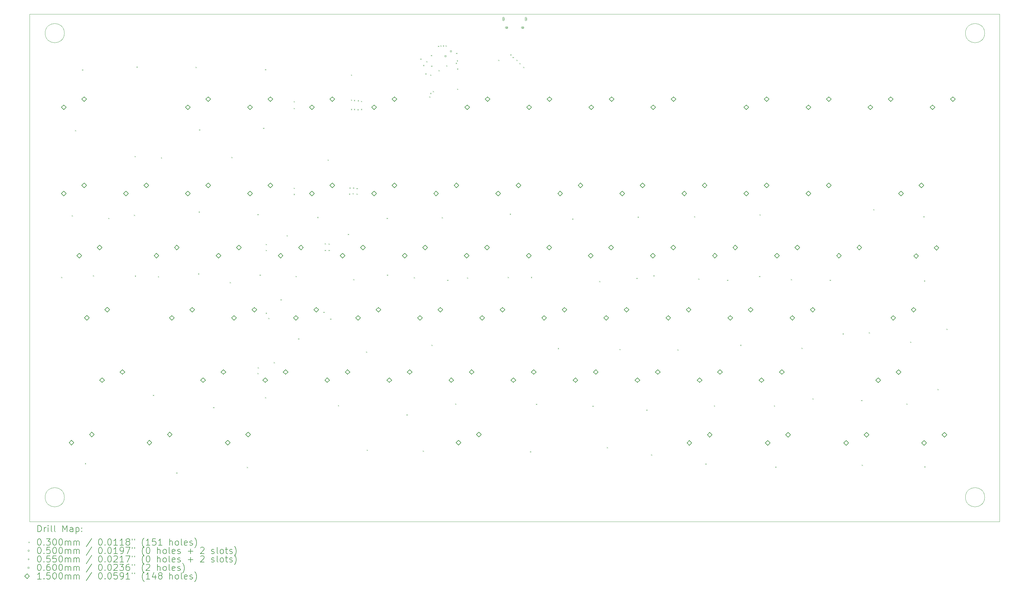
<source format=gbr>
%TF.GenerationSoftware,KiCad,Pcbnew,8.0.3*%
%TF.CreationDate,2024-06-29T11:43:42-07:00*%
%TF.ProjectId,CustomKeyboard,43757374-6f6d-44b6-9579-626f6172642e,rev?*%
%TF.SameCoordinates,Original*%
%TF.FileFunction,Drillmap*%
%TF.FilePolarity,Positive*%
%FSLAX45Y45*%
G04 Gerber Fmt 4.5, Leading zero omitted, Abs format (unit mm)*
G04 Created by KiCad (PCBNEW 8.0.3) date 2024-06-29 11:43:42*
%MOMM*%
%LPD*%
G01*
G04 APERTURE LIST*
%ADD10C,0.050000*%
%ADD11C,0.200000*%
%ADD12C,0.100000*%
%ADD13C,0.150000*%
G04 APERTURE END LIST*
D10*
X32558000Y-16510000D02*
G75*
G02*
X31958000Y-16510000I-300000J0D01*
G01*
X31958000Y-16510000D02*
G75*
G02*
X32558000Y-16510000I300000J0D01*
G01*
X3856000Y-16510000D02*
G75*
G02*
X3256000Y-16510000I-300000J0D01*
G01*
X3256000Y-16510000D02*
G75*
G02*
X3856000Y-16510000I300000J0D01*
G01*
X32558000Y-2032000D02*
G75*
G02*
X31958000Y-2032000I-300000J0D01*
G01*
X31958000Y-2032000D02*
G75*
G02*
X32558000Y-2032000I300000J0D01*
G01*
X3856000Y-2032000D02*
G75*
G02*
X3256000Y-2032000I-300000J0D01*
G01*
X3256000Y-2032000D02*
G75*
G02*
X3856000Y-2032000I300000J0D01*
G01*
X2768600Y-1442600D02*
X33020000Y-1442600D01*
X33020000Y-17272000D01*
X2768600Y-17272000D01*
X2768600Y-1442600D01*
D11*
D12*
X3755000Y-9635000D02*
X3785000Y-9665000D01*
X3785000Y-9635000D02*
X3755000Y-9665000D01*
X4085000Y-7715000D02*
X4115000Y-7745000D01*
X4115000Y-7715000D02*
X4085000Y-7745000D01*
X4185000Y-5055000D02*
X4215000Y-5085000D01*
X4215000Y-5055000D02*
X4185000Y-5085000D01*
X4405000Y-3165000D02*
X4435000Y-3195000D01*
X4435000Y-3165000D02*
X4405000Y-3195000D01*
X4495000Y-15445000D02*
X4525000Y-15475000D01*
X4525000Y-15445000D02*
X4495000Y-15475000D01*
X4745000Y-9585000D02*
X4775000Y-9615000D01*
X4775000Y-9585000D02*
X4745000Y-9615000D01*
X5225000Y-7795000D02*
X5255000Y-7825000D01*
X5255000Y-7795000D02*
X5225000Y-7825000D01*
X6025000Y-7695000D02*
X6055000Y-7725000D01*
X6055000Y-7695000D02*
X6025000Y-7725000D01*
X6045000Y-5865000D02*
X6075000Y-5895000D01*
X6075000Y-5865000D02*
X6045000Y-5895000D01*
X6055000Y-9595000D02*
X6085000Y-9625000D01*
X6085000Y-9595000D02*
X6055000Y-9625000D01*
X6105000Y-3075000D02*
X6135000Y-3105000D01*
X6135000Y-3075000D02*
X6105000Y-3105000D01*
X6615000Y-13315000D02*
X6645000Y-13345000D01*
X6645000Y-13315000D02*
X6615000Y-13345000D01*
X6775000Y-9615000D02*
X6805000Y-9645000D01*
X6805000Y-9615000D02*
X6775000Y-9645000D01*
X6865000Y-5905000D02*
X6895000Y-5935000D01*
X6895000Y-5905000D02*
X6865000Y-5935000D01*
X7345000Y-15735000D02*
X7375000Y-15765000D01*
X7375000Y-15735000D02*
X7345000Y-15765000D01*
X7945000Y-3085000D02*
X7975000Y-3115000D01*
X7975000Y-3085000D02*
X7945000Y-3115000D01*
X8025000Y-9525000D02*
X8055000Y-9555000D01*
X8055000Y-9525000D02*
X8025000Y-9555000D01*
X8045000Y-7595000D02*
X8075000Y-7625000D01*
X8075000Y-7595000D02*
X8045000Y-7625000D01*
X8055000Y-5035000D02*
X8085000Y-5065000D01*
X8085000Y-5035000D02*
X8055000Y-5065000D01*
X8495000Y-13695000D02*
X8525000Y-13725000D01*
X8525000Y-13695000D02*
X8495000Y-13725000D01*
X9015000Y-9795000D02*
X9045000Y-9825000D01*
X9045000Y-9795000D02*
X9015000Y-9825000D01*
X9065000Y-5895000D02*
X9095000Y-5925000D01*
X9095000Y-5895000D02*
X9065000Y-5925000D01*
X9545000Y-15565000D02*
X9575000Y-15595000D01*
X9575000Y-15565000D02*
X9545000Y-15595000D01*
X9875000Y-7675000D02*
X9905000Y-7705000D01*
X9905000Y-7675000D02*
X9875000Y-7705000D01*
X9875000Y-12635000D02*
X9905000Y-12665000D01*
X9905000Y-12635000D02*
X9875000Y-12665000D01*
X9885000Y-12455000D02*
X9915000Y-12485000D01*
X9915000Y-12455000D02*
X9885000Y-12485000D01*
X9945000Y-9565000D02*
X9975000Y-9595000D01*
X9975000Y-9565000D02*
X9945000Y-9595000D01*
X10055000Y-4985000D02*
X10085000Y-5015000D01*
X10085000Y-4985000D02*
X10055000Y-5015000D01*
X10115000Y-3155000D02*
X10145000Y-3185000D01*
X10145000Y-3155000D02*
X10115000Y-3185000D01*
X10115000Y-13385000D02*
X10145000Y-13415000D01*
X10145000Y-13385000D02*
X10115000Y-13415000D01*
X10135000Y-8607500D02*
X10165000Y-8637500D01*
X10165000Y-8607500D02*
X10135000Y-8637500D01*
X10135000Y-8795000D02*
X10165000Y-8825000D01*
X10165000Y-8795000D02*
X10135000Y-8825000D01*
X10135000Y-10755000D02*
X10165000Y-10785000D01*
X10165000Y-10755000D02*
X10135000Y-10785000D01*
X10215000Y-10915000D02*
X10245000Y-10945000D01*
X10245000Y-10915000D02*
X10215000Y-10945000D01*
X10385000Y-12295000D02*
X10415000Y-12325000D01*
X10415000Y-12295000D02*
X10385000Y-12325000D01*
X10595000Y-10335000D02*
X10625000Y-10365000D01*
X10625000Y-10335000D02*
X10595000Y-10365000D01*
X10785000Y-8335000D02*
X10815000Y-8365000D01*
X10815000Y-8335000D02*
X10785000Y-8365000D01*
X11005000Y-4155000D02*
X11035000Y-4185000D01*
X11035000Y-4155000D02*
X11005000Y-4185000D01*
X11005000Y-4365000D02*
X11035000Y-4395000D01*
X11035000Y-4365000D02*
X11005000Y-4395000D01*
X11005000Y-6855000D02*
X11035000Y-6885000D01*
X11035000Y-6855000D02*
X11005000Y-6885000D01*
X11005000Y-7045000D02*
X11035000Y-7075000D01*
X11035000Y-7045000D02*
X11005000Y-7075000D01*
X11065000Y-9605000D02*
X11095000Y-9635000D01*
X11095000Y-9605000D02*
X11065000Y-9635000D01*
X11145000Y-11555000D02*
X11175000Y-11585000D01*
X11175000Y-11555000D02*
X11145000Y-11585000D01*
X11745000Y-7765000D02*
X11775000Y-7795000D01*
X11775000Y-7765000D02*
X11745000Y-7795000D01*
X11935000Y-10725000D02*
X11965000Y-10755000D01*
X11965000Y-10725000D02*
X11935000Y-10755000D01*
X11975000Y-8585000D02*
X12005000Y-8615000D01*
X12005000Y-8585000D02*
X11975000Y-8615000D01*
X11975000Y-8795000D02*
X12005000Y-8825000D01*
X12005000Y-8795000D02*
X11975000Y-8825000D01*
X12065000Y-5975000D02*
X12095000Y-6005000D01*
X12095000Y-5975000D02*
X12065000Y-6005000D01*
X12095000Y-8595000D02*
X12125000Y-8625000D01*
X12125000Y-8595000D02*
X12095000Y-8625000D01*
X12095000Y-8795000D02*
X12125000Y-8825000D01*
X12125000Y-8795000D02*
X12095000Y-8825000D01*
X12145000Y-10935000D02*
X12175000Y-10965000D01*
X12175000Y-10935000D02*
X12145000Y-10965000D01*
X12385000Y-13635000D02*
X12415000Y-13665000D01*
X12415000Y-13635000D02*
X12385000Y-13665000D01*
X12695000Y-8295000D02*
X12725000Y-8325000D01*
X12725000Y-8295000D02*
X12695000Y-8325000D01*
X12735000Y-7035000D02*
X12765000Y-7065000D01*
X12765000Y-7035000D02*
X12735000Y-7065000D01*
X12745000Y-6845000D02*
X12775000Y-6875000D01*
X12775000Y-6845000D02*
X12745000Y-6875000D01*
X12795000Y-3325000D02*
X12825000Y-3355000D01*
X12825000Y-3325000D02*
X12795000Y-3355000D01*
X12795000Y-4105000D02*
X12825000Y-4135000D01*
X12825000Y-4105000D02*
X12795000Y-4135000D01*
X12795000Y-4395000D02*
X12825000Y-4425000D01*
X12825000Y-4395000D02*
X12795000Y-4425000D01*
X12845000Y-7025000D02*
X12875000Y-7055000D01*
X12875000Y-7025000D02*
X12845000Y-7055000D01*
X12855000Y-6845000D02*
X12885000Y-6875000D01*
X12885000Y-6845000D02*
X12855000Y-6875000D01*
X12865000Y-9705000D02*
X12895000Y-9735000D01*
X12895000Y-9705000D02*
X12865000Y-9735000D01*
X12885000Y-4115000D02*
X12915000Y-4145000D01*
X12915000Y-4115000D02*
X12885000Y-4145000D01*
X12885000Y-4395000D02*
X12915000Y-4425000D01*
X12915000Y-4395000D02*
X12885000Y-4425000D01*
X12965000Y-6865000D02*
X12995000Y-6895000D01*
X12995000Y-6865000D02*
X12965000Y-6895000D01*
X12965000Y-7035000D02*
X12995000Y-7065000D01*
X12995000Y-7035000D02*
X12965000Y-7065000D01*
X12995000Y-4405000D02*
X13025000Y-4435000D01*
X13025000Y-4405000D02*
X12995000Y-4435000D01*
X13005000Y-4125000D02*
X13035000Y-4155000D01*
X13035000Y-4125000D02*
X13005000Y-4155000D01*
X13105000Y-4145000D02*
X13135000Y-4175000D01*
X13135000Y-4145000D02*
X13105000Y-4175000D01*
X13105000Y-4395000D02*
X13135000Y-4425000D01*
X13135000Y-4395000D02*
X13105000Y-4425000D01*
X13265000Y-11965000D02*
X13295000Y-11995000D01*
X13295000Y-11965000D02*
X13265000Y-11995000D01*
X13285000Y-15025000D02*
X13315000Y-15055000D01*
X13315000Y-15025000D02*
X13285000Y-15055000D01*
X13905000Y-7795000D02*
X13935000Y-7825000D01*
X13935000Y-7795000D02*
X13905000Y-7825000D01*
X13915000Y-9565000D02*
X13945000Y-9595000D01*
X13945000Y-9565000D02*
X13915000Y-9595000D01*
X14525000Y-13925000D02*
X14555000Y-13955000D01*
X14555000Y-13925000D02*
X14525000Y-13955000D01*
X14755000Y-9645000D02*
X14785000Y-9675000D01*
X14785000Y-9645000D02*
X14755000Y-9675000D01*
X14955000Y-2825000D02*
X14985000Y-2855000D01*
X14985000Y-2825000D02*
X14955000Y-2855000D01*
X15035000Y-15055000D02*
X15065000Y-15085000D01*
X15065000Y-15055000D02*
X15035000Y-15085000D01*
X15045000Y-3025000D02*
X15075000Y-3055000D01*
X15075000Y-3025000D02*
X15045000Y-3055000D01*
X15115000Y-3285000D02*
X15145000Y-3315000D01*
X15145000Y-3285000D02*
X15115000Y-3315000D01*
X15145000Y-2905000D02*
X15175000Y-2935000D01*
X15175000Y-2905000D02*
X15145000Y-2935000D01*
X15237426Y-4007426D02*
X15267426Y-4037426D01*
X15267426Y-4007426D02*
X15237426Y-4037426D01*
X15265000Y-3325000D02*
X15295000Y-3355000D01*
X15295000Y-3325000D02*
X15265000Y-3355000D01*
X15265000Y-3895000D02*
X15295000Y-3925000D01*
X15295000Y-3895000D02*
X15265000Y-3925000D01*
X15285000Y-2715000D02*
X15315000Y-2745000D01*
X15315000Y-2715000D02*
X15285000Y-2745000D01*
X15295000Y-3045000D02*
X15325000Y-3075000D01*
X15325000Y-3045000D02*
X15295000Y-3075000D01*
X15305000Y-11755000D02*
X15335000Y-11785000D01*
X15335000Y-11755000D02*
X15305000Y-11785000D01*
X15345000Y-3835000D02*
X15375000Y-3865000D01*
X15375000Y-3835000D02*
X15345000Y-3865000D01*
X15505000Y-2425000D02*
X15535000Y-2455000D01*
X15535000Y-2425000D02*
X15505000Y-2455000D01*
X15525000Y-3185000D02*
X15555000Y-3215000D01*
X15555000Y-3185000D02*
X15525000Y-3215000D01*
X15585000Y-2415000D02*
X15615000Y-2445000D01*
X15615000Y-2415000D02*
X15585000Y-2445000D01*
X15625000Y-7775000D02*
X15655000Y-7805000D01*
X15655000Y-7775000D02*
X15625000Y-7805000D01*
X15665000Y-2415000D02*
X15695000Y-2445000D01*
X15695000Y-2415000D02*
X15665000Y-2445000D01*
X15745000Y-2415000D02*
X15775000Y-2445000D01*
X15775000Y-2415000D02*
X15745000Y-2445000D01*
X15765000Y-3035000D02*
X15795000Y-3065000D01*
X15795000Y-3035000D02*
X15765000Y-3065000D01*
X15795000Y-9725000D02*
X15825000Y-9755000D01*
X15825000Y-9725000D02*
X15795000Y-9755000D01*
X16045000Y-13585000D02*
X16075000Y-13615000D01*
X16075000Y-13585000D02*
X16045000Y-13615000D01*
X16063200Y-2956800D02*
X16093200Y-2986800D01*
X16093200Y-2956800D02*
X16063200Y-2986800D01*
X16075000Y-2645000D02*
X16105000Y-2675000D01*
X16105000Y-2645000D02*
X16075000Y-2675000D01*
X16095000Y-2880600D02*
X16125000Y-2910600D01*
X16125000Y-2880600D02*
X16095000Y-2910600D01*
X16105000Y-3135000D02*
X16135000Y-3165000D01*
X16135000Y-3135000D02*
X16105000Y-3165000D01*
X16105000Y-3765000D02*
X16135000Y-3795000D01*
X16135000Y-3765000D02*
X16105000Y-3795000D01*
X16415000Y-9655000D02*
X16445000Y-9685000D01*
X16445000Y-9655000D02*
X16415000Y-9685000D01*
X17385000Y-2865000D02*
X17415000Y-2895000D01*
X17415000Y-2865000D02*
X17385000Y-2895000D01*
X17685000Y-9635000D02*
X17715000Y-9665000D01*
X17715000Y-9635000D02*
X17685000Y-9665000D01*
X17745000Y-7665000D02*
X17775000Y-7695000D01*
X17775000Y-7665000D02*
X17745000Y-7695000D01*
X17765000Y-2695000D02*
X17795000Y-2725000D01*
X17795000Y-2695000D02*
X17765000Y-2725000D01*
X17835000Y-2775000D02*
X17865000Y-2805000D01*
X17865000Y-2775000D02*
X17835000Y-2805000D01*
X17955000Y-2865000D02*
X17985000Y-2895000D01*
X17985000Y-2865000D02*
X17955000Y-2895000D01*
X18045000Y-2965000D02*
X18075000Y-2995000D01*
X18075000Y-2965000D02*
X18045000Y-2995000D01*
X18165000Y-3085000D02*
X18195000Y-3115000D01*
X18195000Y-3085000D02*
X18165000Y-3115000D01*
X18375000Y-15075000D02*
X18405000Y-15105000D01*
X18405000Y-15075000D02*
X18375000Y-15105000D01*
X18405000Y-9635000D02*
X18435000Y-9665000D01*
X18435000Y-9635000D02*
X18405000Y-9665000D01*
X18565000Y-13595000D02*
X18595000Y-13625000D01*
X18595000Y-13595000D02*
X18565000Y-13625000D01*
X19245000Y-11855000D02*
X19275000Y-11885000D01*
X19275000Y-11855000D02*
X19245000Y-11885000D01*
X19695000Y-7815000D02*
X19725000Y-7845000D01*
X19725000Y-7815000D02*
X19695000Y-7845000D01*
X20325000Y-13655000D02*
X20355000Y-13685000D01*
X20355000Y-13655000D02*
X20325000Y-13685000D01*
X20535000Y-9765000D02*
X20565000Y-9795000D01*
X20565000Y-9765000D02*
X20535000Y-9795000D01*
X20775000Y-14945000D02*
X20805000Y-14975000D01*
X20805000Y-14945000D02*
X20775000Y-14975000D01*
X21165000Y-11885000D02*
X21195000Y-11915000D01*
X21195000Y-11885000D02*
X21165000Y-11915000D01*
X21695000Y-9665000D02*
X21725000Y-9695000D01*
X21725000Y-9665000D02*
X21695000Y-9695000D01*
X21735000Y-7755000D02*
X21765000Y-7785000D01*
X21765000Y-7755000D02*
X21735000Y-7785000D01*
X22005000Y-13775000D02*
X22035000Y-13805000D01*
X22035000Y-13775000D02*
X22005000Y-13805000D01*
X22155000Y-15175000D02*
X22185000Y-15205000D01*
X22185000Y-15175000D02*
X22155000Y-15205000D01*
X22225000Y-9585000D02*
X22255000Y-9615000D01*
X22255000Y-9585000D02*
X22225000Y-9615000D01*
X22975000Y-11895000D02*
X23005000Y-11925000D01*
X23005000Y-11895000D02*
X22975000Y-11925000D01*
X23495000Y-7745000D02*
X23525000Y-7775000D01*
X23525000Y-7745000D02*
X23495000Y-7775000D01*
X23625000Y-9685000D02*
X23655000Y-9715000D01*
X23655000Y-9685000D02*
X23625000Y-9715000D01*
X23845000Y-15455000D02*
X23875000Y-15485000D01*
X23875000Y-15455000D02*
X23845000Y-15485000D01*
X24115000Y-13645000D02*
X24145000Y-13675000D01*
X24145000Y-13645000D02*
X24115000Y-13675000D01*
X24525000Y-9725000D02*
X24555000Y-9755000D01*
X24555000Y-9725000D02*
X24525000Y-9755000D01*
X24935000Y-11755000D02*
X24965000Y-11785000D01*
X24965000Y-11755000D02*
X24935000Y-11785000D01*
X25525000Y-9605000D02*
X25555000Y-9635000D01*
X25555000Y-9605000D02*
X25525000Y-9635000D01*
X25535000Y-7685000D02*
X25565000Y-7715000D01*
X25565000Y-7685000D02*
X25535000Y-7715000D01*
X25985000Y-13645000D02*
X26015000Y-13675000D01*
X26015000Y-13645000D02*
X25985000Y-13675000D01*
X26025000Y-15555000D02*
X26055000Y-15585000D01*
X26055000Y-15555000D02*
X26025000Y-15585000D01*
X26515000Y-9705000D02*
X26545000Y-9735000D01*
X26545000Y-9705000D02*
X26515000Y-9735000D01*
X26845000Y-11845000D02*
X26875000Y-11875000D01*
X26875000Y-11845000D02*
X26845000Y-11875000D01*
X27185000Y-13425000D02*
X27215000Y-13455000D01*
X27215000Y-13425000D02*
X27185000Y-13455000D01*
X27725000Y-9725000D02*
X27755000Y-9755000D01*
X27755000Y-9725000D02*
X27725000Y-9755000D01*
X28125000Y-11395000D02*
X28155000Y-11425000D01*
X28155000Y-11395000D02*
X28125000Y-11425000D01*
X28705000Y-13475000D02*
X28735000Y-13505000D01*
X28735000Y-13475000D02*
X28705000Y-13505000D01*
X28725000Y-15495000D02*
X28755000Y-15525000D01*
X28755000Y-15495000D02*
X28725000Y-15525000D01*
X28945000Y-11365000D02*
X28975000Y-11395000D01*
X28975000Y-11365000D02*
X28945000Y-11395000D01*
X29085000Y-7525000D02*
X29115000Y-7555000D01*
X29115000Y-7525000D02*
X29085000Y-7555000D01*
X30115000Y-13585000D02*
X30145000Y-13615000D01*
X30145000Y-13585000D02*
X30115000Y-13615000D01*
X30235000Y-11655000D02*
X30265000Y-11685000D01*
X30265000Y-11655000D02*
X30235000Y-11685000D01*
X30645000Y-7745000D02*
X30675000Y-7775000D01*
X30675000Y-7745000D02*
X30645000Y-7775000D01*
X30665000Y-9745000D02*
X30695000Y-9775000D01*
X30695000Y-9745000D02*
X30665000Y-9775000D01*
X30675000Y-15545000D02*
X30705000Y-15575000D01*
X30705000Y-15545000D02*
X30675000Y-15575000D01*
X31085000Y-13135000D02*
X31115000Y-13165000D01*
X31115000Y-13135000D02*
X31085000Y-13165000D01*
X31365000Y-11255000D02*
X31395000Y-11285000D01*
X31395000Y-11255000D02*
X31365000Y-11285000D01*
X17572500Y-1590000D02*
G75*
G02*
X17522500Y-1590000I-25000J0D01*
G01*
X17522500Y-1590000D02*
G75*
G02*
X17572500Y-1590000I25000J0D01*
G01*
X17522500Y-1557500D02*
X17522500Y-1622500D01*
X17572500Y-1622500D02*
G75*
G02*
X17522500Y-1622500I-25000J0D01*
G01*
X17572500Y-1622500D02*
X17572500Y-1557500D01*
X17572500Y-1557500D02*
G75*
G03*
X17522500Y-1557500I-25000J0D01*
G01*
X18272500Y-1590000D02*
G75*
G02*
X18222500Y-1590000I-25000J0D01*
G01*
X18222500Y-1590000D02*
G75*
G02*
X18272500Y-1590000I25000J0D01*
G01*
X18222500Y-1557500D02*
X18222500Y-1622500D01*
X18272500Y-1622500D02*
G75*
G02*
X18222500Y-1622500I-25000J0D01*
G01*
X18272500Y-1622500D02*
X18272500Y-1557500D01*
X18272500Y-1557500D02*
G75*
G03*
X18222500Y-1557500I-25000J0D01*
G01*
X17647500Y-1832500D02*
X17647500Y-1887500D01*
X17620000Y-1860000D02*
X17675000Y-1860000D01*
X17632500Y-1887500D02*
X17662500Y-1887500D01*
X17662500Y-1832500D02*
G75*
G02*
X17662500Y-1887500I0J-27500D01*
G01*
X17662500Y-1832500D02*
X17632500Y-1832500D01*
X17632500Y-1832500D02*
G75*
G03*
X17632500Y-1887500I0J-27500D01*
G01*
X18147500Y-1832500D02*
X18147500Y-1887500D01*
X18120000Y-1860000D02*
X18175000Y-1860000D01*
X18132500Y-1887500D02*
X18162500Y-1887500D01*
X18162500Y-1832500D02*
G75*
G02*
X18162500Y-1887500I0J-27500D01*
G01*
X18162500Y-1832500D02*
X18132500Y-1832500D01*
X18132500Y-1832500D02*
G75*
G03*
X18132500Y-1887500I0J-27500D01*
G01*
X15761213Y-2771213D02*
X15761213Y-2728787D01*
X15718787Y-2728787D01*
X15718787Y-2771213D01*
X15761213Y-2771213D01*
X15931213Y-2611213D02*
X15931213Y-2568787D01*
X15888787Y-2568787D01*
X15888787Y-2611213D01*
X15931213Y-2611213D01*
D13*
X3839000Y-4421000D02*
X3914000Y-4346000D01*
X3839000Y-4271000D01*
X3764000Y-4346000D01*
X3839000Y-4421000D01*
X3839000Y-7111000D02*
X3914000Y-7036000D01*
X3839000Y-6961000D01*
X3764000Y-7036000D01*
X3839000Y-7111000D01*
X4079000Y-14881000D02*
X4154000Y-14806000D01*
X4079000Y-14731000D01*
X4004000Y-14806000D01*
X4079000Y-14881000D01*
X4319000Y-9051000D02*
X4394000Y-8976000D01*
X4319000Y-8901000D01*
X4244000Y-8976000D01*
X4319000Y-9051000D01*
X4474000Y-4167000D02*
X4549000Y-4092000D01*
X4474000Y-4017000D01*
X4399000Y-4092000D01*
X4474000Y-4167000D01*
X4474000Y-6857000D02*
X4549000Y-6782000D01*
X4474000Y-6707000D01*
X4399000Y-6782000D01*
X4474000Y-6857000D01*
X4557000Y-10989000D02*
X4632000Y-10914000D01*
X4557000Y-10839000D01*
X4482000Y-10914000D01*
X4557000Y-10989000D01*
X4714000Y-14627000D02*
X4789000Y-14552000D01*
X4714000Y-14477000D01*
X4639000Y-14552000D01*
X4714000Y-14627000D01*
X4954000Y-8797000D02*
X5029000Y-8722000D01*
X4954000Y-8647000D01*
X4879000Y-8722000D01*
X4954000Y-8797000D01*
X5031000Y-12931000D02*
X5106000Y-12856000D01*
X5031000Y-12781000D01*
X4956000Y-12856000D01*
X5031000Y-12931000D01*
X5192000Y-10735000D02*
X5267000Y-10660000D01*
X5192000Y-10585000D01*
X5117000Y-10660000D01*
X5192000Y-10735000D01*
X5666000Y-12677000D02*
X5741000Y-12602000D01*
X5666000Y-12527000D01*
X5591000Y-12602000D01*
X5666000Y-12677000D01*
X5774000Y-7111000D02*
X5849000Y-7036000D01*
X5774000Y-6961000D01*
X5699000Y-7036000D01*
X5774000Y-7111000D01*
X6409000Y-6857000D02*
X6484000Y-6782000D01*
X6409000Y-6707000D01*
X6334000Y-6782000D01*
X6409000Y-6857000D01*
X6509000Y-14881000D02*
X6584000Y-14806000D01*
X6509000Y-14731000D01*
X6434000Y-14806000D01*
X6509000Y-14881000D01*
X6729000Y-9051000D02*
X6804000Y-8976000D01*
X6729000Y-8901000D01*
X6654000Y-8976000D01*
X6729000Y-9051000D01*
X7144000Y-14627000D02*
X7219000Y-14552000D01*
X7144000Y-14477000D01*
X7069000Y-14552000D01*
X7144000Y-14627000D01*
X7209000Y-10991000D02*
X7284000Y-10916000D01*
X7209000Y-10841000D01*
X7134000Y-10916000D01*
X7209000Y-10991000D01*
X7364000Y-8797000D02*
X7439000Y-8722000D01*
X7364000Y-8647000D01*
X7289000Y-8722000D01*
X7364000Y-8797000D01*
X7709000Y-4421000D02*
X7784000Y-4346000D01*
X7709000Y-4271000D01*
X7634000Y-4346000D01*
X7709000Y-4421000D01*
X7709000Y-7111000D02*
X7784000Y-7036000D01*
X7709000Y-6961000D01*
X7634000Y-7036000D01*
X7709000Y-7111000D01*
X7844000Y-10737000D02*
X7919000Y-10662000D01*
X7844000Y-10587000D01*
X7769000Y-10662000D01*
X7844000Y-10737000D01*
X8184000Y-12931000D02*
X8259000Y-12856000D01*
X8184000Y-12781000D01*
X8109000Y-12856000D01*
X8184000Y-12931000D01*
X8344000Y-4167000D02*
X8419000Y-4092000D01*
X8344000Y-4017000D01*
X8269000Y-4092000D01*
X8344000Y-4167000D01*
X8344000Y-6857000D02*
X8419000Y-6782000D01*
X8344000Y-6707000D01*
X8269000Y-6782000D01*
X8344000Y-6857000D01*
X8664000Y-9051000D02*
X8739000Y-8976000D01*
X8664000Y-8901000D01*
X8589000Y-8976000D01*
X8664000Y-9051000D01*
X8819000Y-12677000D02*
X8894000Y-12602000D01*
X8819000Y-12527000D01*
X8744000Y-12602000D01*
X8819000Y-12677000D01*
X8949000Y-14881000D02*
X9024000Y-14806000D01*
X8949000Y-14731000D01*
X8874000Y-14806000D01*
X8949000Y-14881000D01*
X9144000Y-10991000D02*
X9219000Y-10916000D01*
X9144000Y-10841000D01*
X9069000Y-10916000D01*
X9144000Y-10991000D01*
X9299000Y-8797000D02*
X9374000Y-8722000D01*
X9299000Y-8647000D01*
X9224000Y-8722000D01*
X9299000Y-8797000D01*
X9584000Y-14627000D02*
X9659000Y-14552000D01*
X9584000Y-14477000D01*
X9509000Y-14552000D01*
X9584000Y-14627000D01*
X9644000Y-4421000D02*
X9719000Y-4346000D01*
X9644000Y-4271000D01*
X9569000Y-4346000D01*
X9644000Y-4421000D01*
X9644000Y-7111000D02*
X9719000Y-7036000D01*
X9644000Y-6961000D01*
X9569000Y-7036000D01*
X9644000Y-7111000D01*
X9779000Y-10737000D02*
X9854000Y-10662000D01*
X9779000Y-10587000D01*
X9704000Y-10662000D01*
X9779000Y-10737000D01*
X10119000Y-12931000D02*
X10194000Y-12856000D01*
X10119000Y-12781000D01*
X10044000Y-12856000D01*
X10119000Y-12931000D01*
X10279000Y-4167000D02*
X10354000Y-4092000D01*
X10279000Y-4017000D01*
X10204000Y-4092000D01*
X10279000Y-4167000D01*
X10279000Y-6857000D02*
X10354000Y-6782000D01*
X10279000Y-6707000D01*
X10204000Y-6782000D01*
X10279000Y-6857000D01*
X10599000Y-9051000D02*
X10674000Y-8976000D01*
X10599000Y-8901000D01*
X10524000Y-8976000D01*
X10599000Y-9051000D01*
X10754000Y-12677000D02*
X10829000Y-12602000D01*
X10754000Y-12527000D01*
X10679000Y-12602000D01*
X10754000Y-12677000D01*
X11079000Y-10991000D02*
X11154000Y-10916000D01*
X11079000Y-10841000D01*
X11004000Y-10916000D01*
X11079000Y-10991000D01*
X11234000Y-8797000D02*
X11309000Y-8722000D01*
X11234000Y-8647000D01*
X11159000Y-8722000D01*
X11234000Y-8797000D01*
X11579000Y-4421000D02*
X11654000Y-4346000D01*
X11579000Y-4271000D01*
X11504000Y-4346000D01*
X11579000Y-4421000D01*
X11579000Y-7111000D02*
X11654000Y-7036000D01*
X11579000Y-6961000D01*
X11504000Y-7036000D01*
X11579000Y-7111000D01*
X11714000Y-10737000D02*
X11789000Y-10662000D01*
X11714000Y-10587000D01*
X11639000Y-10662000D01*
X11714000Y-10737000D01*
X12054000Y-12931000D02*
X12129000Y-12856000D01*
X12054000Y-12781000D01*
X11979000Y-12856000D01*
X12054000Y-12931000D01*
X12214000Y-4167000D02*
X12289000Y-4092000D01*
X12214000Y-4017000D01*
X12139000Y-4092000D01*
X12214000Y-4167000D01*
X12214000Y-6857000D02*
X12289000Y-6782000D01*
X12214000Y-6707000D01*
X12139000Y-6782000D01*
X12214000Y-6857000D01*
X12534000Y-9051000D02*
X12609000Y-8976000D01*
X12534000Y-8901000D01*
X12459000Y-8976000D01*
X12534000Y-9051000D01*
X12689000Y-12677000D02*
X12764000Y-12602000D01*
X12689000Y-12527000D01*
X12614000Y-12602000D01*
X12689000Y-12677000D01*
X13014000Y-10991000D02*
X13089000Y-10916000D01*
X13014000Y-10841000D01*
X12939000Y-10916000D01*
X13014000Y-10991000D01*
X13169000Y-8797000D02*
X13244000Y-8722000D01*
X13169000Y-8647000D01*
X13094000Y-8722000D01*
X13169000Y-8797000D01*
X13514000Y-4421000D02*
X13589000Y-4346000D01*
X13514000Y-4271000D01*
X13439000Y-4346000D01*
X13514000Y-4421000D01*
X13514000Y-7111000D02*
X13589000Y-7036000D01*
X13514000Y-6961000D01*
X13439000Y-7036000D01*
X13514000Y-7111000D01*
X13649000Y-10737000D02*
X13724000Y-10662000D01*
X13649000Y-10587000D01*
X13574000Y-10662000D01*
X13649000Y-10737000D01*
X13989000Y-12931000D02*
X14064000Y-12856000D01*
X13989000Y-12781000D01*
X13914000Y-12856000D01*
X13989000Y-12931000D01*
X14149000Y-4167000D02*
X14224000Y-4092000D01*
X14149000Y-4017000D01*
X14074000Y-4092000D01*
X14149000Y-4167000D01*
X14149000Y-6857000D02*
X14224000Y-6782000D01*
X14149000Y-6707000D01*
X14074000Y-6782000D01*
X14149000Y-6857000D01*
X14469000Y-9051000D02*
X14544000Y-8976000D01*
X14469000Y-8901000D01*
X14394000Y-8976000D01*
X14469000Y-9051000D01*
X14624000Y-12677000D02*
X14699000Y-12602000D01*
X14624000Y-12527000D01*
X14549000Y-12602000D01*
X14624000Y-12677000D01*
X14949000Y-10991000D02*
X15024000Y-10916000D01*
X14949000Y-10841000D01*
X14874000Y-10916000D01*
X14949000Y-10991000D01*
X15104000Y-8797000D02*
X15179000Y-8722000D01*
X15104000Y-8647000D01*
X15029000Y-8722000D01*
X15104000Y-8797000D01*
X15449000Y-7111000D02*
X15524000Y-7036000D01*
X15449000Y-6961000D01*
X15374000Y-7036000D01*
X15449000Y-7111000D01*
X15584000Y-10737000D02*
X15659000Y-10662000D01*
X15584000Y-10587000D01*
X15509000Y-10662000D01*
X15584000Y-10737000D01*
X15924000Y-12931000D02*
X15999000Y-12856000D01*
X15924000Y-12781000D01*
X15849000Y-12856000D01*
X15924000Y-12931000D01*
X16084000Y-6857000D02*
X16159000Y-6782000D01*
X16084000Y-6707000D01*
X16009000Y-6782000D01*
X16084000Y-6857000D01*
X16149000Y-14885250D02*
X16224000Y-14810250D01*
X16149000Y-14735250D01*
X16074000Y-14810250D01*
X16149000Y-14885250D01*
X16404000Y-9051000D02*
X16479000Y-8976000D01*
X16404000Y-8901000D01*
X16329000Y-8976000D01*
X16404000Y-9051000D01*
X16416500Y-4421000D02*
X16491500Y-4346000D01*
X16416500Y-4271000D01*
X16341500Y-4346000D01*
X16416500Y-4421000D01*
X16559000Y-12677000D02*
X16634000Y-12602000D01*
X16559000Y-12527000D01*
X16484000Y-12602000D01*
X16559000Y-12677000D01*
X16784000Y-14631250D02*
X16859000Y-14556250D01*
X16784000Y-14481250D01*
X16709000Y-14556250D01*
X16784000Y-14631250D01*
X16884000Y-10991000D02*
X16959000Y-10916000D01*
X16884000Y-10841000D01*
X16809000Y-10916000D01*
X16884000Y-10991000D01*
X17039000Y-8797000D02*
X17114000Y-8722000D01*
X17039000Y-8647000D01*
X16964000Y-8722000D01*
X17039000Y-8797000D01*
X17051500Y-4167000D02*
X17126500Y-4092000D01*
X17051500Y-4017000D01*
X16976500Y-4092000D01*
X17051500Y-4167000D01*
X17384000Y-7111000D02*
X17459000Y-7036000D01*
X17384000Y-6961000D01*
X17309000Y-7036000D01*
X17384000Y-7111000D01*
X17519000Y-10737000D02*
X17594000Y-10662000D01*
X17519000Y-10587000D01*
X17444000Y-10662000D01*
X17519000Y-10737000D01*
X17859000Y-12931000D02*
X17934000Y-12856000D01*
X17859000Y-12781000D01*
X17784000Y-12856000D01*
X17859000Y-12931000D01*
X18019000Y-6857000D02*
X18094000Y-6782000D01*
X18019000Y-6707000D01*
X17944000Y-6782000D01*
X18019000Y-6857000D01*
X18339000Y-9051000D02*
X18414000Y-8976000D01*
X18339000Y-8901000D01*
X18264000Y-8976000D01*
X18339000Y-9051000D01*
X18351500Y-4421000D02*
X18426500Y-4346000D01*
X18351500Y-4271000D01*
X18276500Y-4346000D01*
X18351500Y-4421000D01*
X18494000Y-12677000D02*
X18569000Y-12602000D01*
X18494000Y-12527000D01*
X18419000Y-12602000D01*
X18494000Y-12677000D01*
X18819000Y-10991000D02*
X18894000Y-10916000D01*
X18819000Y-10841000D01*
X18744000Y-10916000D01*
X18819000Y-10991000D01*
X18974000Y-8797000D02*
X19049000Y-8722000D01*
X18974000Y-8647000D01*
X18899000Y-8722000D01*
X18974000Y-8797000D01*
X18986500Y-4167000D02*
X19061500Y-4092000D01*
X18986500Y-4017000D01*
X18911500Y-4092000D01*
X18986500Y-4167000D01*
X19319000Y-7111000D02*
X19394000Y-7036000D01*
X19319000Y-6961000D01*
X19244000Y-7036000D01*
X19319000Y-7111000D01*
X19454000Y-10737000D02*
X19529000Y-10662000D01*
X19454000Y-10587000D01*
X19379000Y-10662000D01*
X19454000Y-10737000D01*
X19794000Y-12931000D02*
X19869000Y-12856000D01*
X19794000Y-12781000D01*
X19719000Y-12856000D01*
X19794000Y-12931000D01*
X19954000Y-6857000D02*
X20029000Y-6782000D01*
X19954000Y-6707000D01*
X19879000Y-6782000D01*
X19954000Y-6857000D01*
X20274000Y-9051000D02*
X20349000Y-8976000D01*
X20274000Y-8901000D01*
X20199000Y-8976000D01*
X20274000Y-9051000D01*
X20286500Y-4421000D02*
X20361500Y-4346000D01*
X20286500Y-4271000D01*
X20211500Y-4346000D01*
X20286500Y-4421000D01*
X20429000Y-12677000D02*
X20504000Y-12602000D01*
X20429000Y-12527000D01*
X20354000Y-12602000D01*
X20429000Y-12677000D01*
X20754000Y-10991000D02*
X20829000Y-10916000D01*
X20754000Y-10841000D01*
X20679000Y-10916000D01*
X20754000Y-10991000D01*
X20909000Y-8797000D02*
X20984000Y-8722000D01*
X20909000Y-8647000D01*
X20834000Y-8722000D01*
X20909000Y-8797000D01*
X20921500Y-4167000D02*
X20996500Y-4092000D01*
X20921500Y-4017000D01*
X20846500Y-4092000D01*
X20921500Y-4167000D01*
X21254000Y-7111000D02*
X21329000Y-7036000D01*
X21254000Y-6961000D01*
X21179000Y-7036000D01*
X21254000Y-7111000D01*
X21389000Y-10737000D02*
X21464000Y-10662000D01*
X21389000Y-10587000D01*
X21314000Y-10662000D01*
X21389000Y-10737000D01*
X21729000Y-12931000D02*
X21804000Y-12856000D01*
X21729000Y-12781000D01*
X21654000Y-12856000D01*
X21729000Y-12931000D01*
X21889000Y-6857000D02*
X21964000Y-6782000D01*
X21889000Y-6707000D01*
X21814000Y-6782000D01*
X21889000Y-6857000D01*
X22209000Y-9051000D02*
X22284000Y-8976000D01*
X22209000Y-8901000D01*
X22134000Y-8976000D01*
X22209000Y-9051000D01*
X22221500Y-4421000D02*
X22296500Y-4346000D01*
X22221500Y-4271000D01*
X22146500Y-4346000D01*
X22221500Y-4421000D01*
X22364000Y-12677000D02*
X22439000Y-12602000D01*
X22364000Y-12527000D01*
X22289000Y-12602000D01*
X22364000Y-12677000D01*
X22689000Y-10991000D02*
X22764000Y-10916000D01*
X22689000Y-10841000D01*
X22614000Y-10916000D01*
X22689000Y-10991000D01*
X22844000Y-8797000D02*
X22919000Y-8722000D01*
X22844000Y-8647000D01*
X22769000Y-8722000D01*
X22844000Y-8797000D01*
X22856500Y-4167000D02*
X22931500Y-4092000D01*
X22856500Y-4017000D01*
X22781500Y-4092000D01*
X22856500Y-4167000D01*
X23189000Y-7111000D02*
X23264000Y-7036000D01*
X23189000Y-6961000D01*
X23114000Y-7036000D01*
X23189000Y-7111000D01*
X23324000Y-10737000D02*
X23399000Y-10662000D01*
X23324000Y-10587000D01*
X23249000Y-10662000D01*
X23324000Y-10737000D01*
X23349000Y-14891000D02*
X23424000Y-14816000D01*
X23349000Y-14741000D01*
X23274000Y-14816000D01*
X23349000Y-14891000D01*
X23664000Y-12931000D02*
X23739000Y-12856000D01*
X23664000Y-12781000D01*
X23589000Y-12856000D01*
X23664000Y-12931000D01*
X23824000Y-6857000D02*
X23899000Y-6782000D01*
X23824000Y-6707000D01*
X23749000Y-6782000D01*
X23824000Y-6857000D01*
X23984000Y-14637000D02*
X24059000Y-14562000D01*
X23984000Y-14487000D01*
X23909000Y-14562000D01*
X23984000Y-14637000D01*
X24144000Y-9051000D02*
X24219000Y-8976000D01*
X24144000Y-8901000D01*
X24069000Y-8976000D01*
X24144000Y-9051000D01*
X24299000Y-12677000D02*
X24374000Y-12602000D01*
X24299000Y-12527000D01*
X24224000Y-12602000D01*
X24299000Y-12677000D01*
X24624000Y-10991000D02*
X24699000Y-10916000D01*
X24624000Y-10841000D01*
X24549000Y-10916000D01*
X24624000Y-10991000D01*
X24779000Y-8797000D02*
X24854000Y-8722000D01*
X24779000Y-8647000D01*
X24704000Y-8722000D01*
X24779000Y-8797000D01*
X25124000Y-4421000D02*
X25199000Y-4346000D01*
X25124000Y-4271000D01*
X25049000Y-4346000D01*
X25124000Y-4421000D01*
X25124000Y-7111000D02*
X25199000Y-7036000D01*
X25124000Y-6961000D01*
X25049000Y-7036000D01*
X25124000Y-7111000D01*
X25259000Y-10737000D02*
X25334000Y-10662000D01*
X25259000Y-10587000D01*
X25184000Y-10662000D01*
X25259000Y-10737000D01*
X25599000Y-12931000D02*
X25674000Y-12856000D01*
X25599000Y-12781000D01*
X25524000Y-12856000D01*
X25599000Y-12931000D01*
X25759000Y-4167000D02*
X25834000Y-4092000D01*
X25759000Y-4017000D01*
X25684000Y-4092000D01*
X25759000Y-4167000D01*
X25759000Y-6857000D02*
X25834000Y-6782000D01*
X25759000Y-6707000D01*
X25684000Y-6782000D01*
X25759000Y-6857000D01*
X25789000Y-14891000D02*
X25864000Y-14816000D01*
X25789000Y-14741000D01*
X25714000Y-14816000D01*
X25789000Y-14891000D01*
X26079000Y-9051000D02*
X26154000Y-8976000D01*
X26079000Y-8901000D01*
X26004000Y-8976000D01*
X26079000Y-9051000D01*
X26234000Y-12677000D02*
X26309000Y-12602000D01*
X26234000Y-12527000D01*
X26159000Y-12602000D01*
X26234000Y-12677000D01*
X26424000Y-14637000D02*
X26499000Y-14562000D01*
X26424000Y-14487000D01*
X26349000Y-14562000D01*
X26424000Y-14637000D01*
X26559000Y-10991000D02*
X26634000Y-10916000D01*
X26559000Y-10841000D01*
X26484000Y-10916000D01*
X26559000Y-10991000D01*
X26714000Y-8797000D02*
X26789000Y-8722000D01*
X26714000Y-8647000D01*
X26639000Y-8722000D01*
X26714000Y-8797000D01*
X27059000Y-4421000D02*
X27134000Y-4346000D01*
X27059000Y-4271000D01*
X26984000Y-4346000D01*
X27059000Y-4421000D01*
X27059000Y-7111000D02*
X27134000Y-7036000D01*
X27059000Y-6961000D01*
X26984000Y-7036000D01*
X27059000Y-7111000D01*
X27194000Y-10737000D02*
X27269000Y-10662000D01*
X27194000Y-10587000D01*
X27119000Y-10662000D01*
X27194000Y-10737000D01*
X27694000Y-4167000D02*
X27769000Y-4092000D01*
X27694000Y-4017000D01*
X27619000Y-4092000D01*
X27694000Y-4167000D01*
X27694000Y-6857000D02*
X27769000Y-6782000D01*
X27694000Y-6707000D01*
X27619000Y-6782000D01*
X27694000Y-6857000D01*
X28014000Y-9051000D02*
X28089000Y-8976000D01*
X28014000Y-8901000D01*
X27939000Y-8976000D01*
X28014000Y-9051000D01*
X28239000Y-14891000D02*
X28314000Y-14816000D01*
X28239000Y-14741000D01*
X28164000Y-14816000D01*
X28239000Y-14891000D01*
X28649000Y-8797000D02*
X28724000Y-8722000D01*
X28649000Y-8647000D01*
X28574000Y-8722000D01*
X28649000Y-8797000D01*
X28874000Y-14637000D02*
X28949000Y-14562000D01*
X28874000Y-14487000D01*
X28799000Y-14562000D01*
X28874000Y-14637000D01*
X28994000Y-4421000D02*
X29069000Y-4346000D01*
X28994000Y-4271000D01*
X28919000Y-4346000D01*
X28994000Y-4421000D01*
X29239000Y-12937000D02*
X29314000Y-12862000D01*
X29239000Y-12787000D01*
X29164000Y-12862000D01*
X29239000Y-12937000D01*
X29629000Y-4167000D02*
X29704000Y-4092000D01*
X29629000Y-4017000D01*
X29554000Y-4092000D01*
X29629000Y-4167000D01*
X29707000Y-10991000D02*
X29782000Y-10916000D01*
X29707000Y-10841000D01*
X29632000Y-10916000D01*
X29707000Y-10991000D01*
X29874000Y-12683000D02*
X29949000Y-12608000D01*
X29874000Y-12533000D01*
X29799000Y-12608000D01*
X29874000Y-12683000D01*
X29947000Y-7111000D02*
X30022000Y-7036000D01*
X29947000Y-6961000D01*
X29872000Y-7036000D01*
X29947000Y-7111000D01*
X30342000Y-10737000D02*
X30417000Y-10662000D01*
X30342000Y-10587000D01*
X30267000Y-10662000D01*
X30342000Y-10737000D01*
X30419000Y-9061000D02*
X30494000Y-8986000D01*
X30419000Y-8911000D01*
X30344000Y-8986000D01*
X30419000Y-9061000D01*
X30582000Y-6857000D02*
X30657000Y-6782000D01*
X30582000Y-6707000D01*
X30507000Y-6782000D01*
X30582000Y-6857000D01*
X30669000Y-14891000D02*
X30744000Y-14816000D01*
X30669000Y-14741000D01*
X30594000Y-14816000D01*
X30669000Y-14891000D01*
X30929000Y-4421000D02*
X31004000Y-4346000D01*
X30929000Y-4271000D01*
X30854000Y-4346000D01*
X30929000Y-4421000D01*
X31054000Y-8807000D02*
X31129000Y-8732000D01*
X31054000Y-8657000D01*
X30979000Y-8732000D01*
X31054000Y-8807000D01*
X31304000Y-14637000D02*
X31379000Y-14562000D01*
X31304000Y-14487000D01*
X31229000Y-14562000D01*
X31304000Y-14637000D01*
X31564000Y-4167000D02*
X31639000Y-4092000D01*
X31564000Y-4017000D01*
X31489000Y-4092000D01*
X31564000Y-4167000D01*
D11*
X3026877Y-17585984D02*
X3026877Y-17385984D01*
X3026877Y-17385984D02*
X3074496Y-17385984D01*
X3074496Y-17385984D02*
X3103067Y-17395508D01*
X3103067Y-17395508D02*
X3122115Y-17414555D01*
X3122115Y-17414555D02*
X3131639Y-17433603D01*
X3131639Y-17433603D02*
X3141162Y-17471698D01*
X3141162Y-17471698D02*
X3141162Y-17500270D01*
X3141162Y-17500270D02*
X3131639Y-17538365D01*
X3131639Y-17538365D02*
X3122115Y-17557412D01*
X3122115Y-17557412D02*
X3103067Y-17576460D01*
X3103067Y-17576460D02*
X3074496Y-17585984D01*
X3074496Y-17585984D02*
X3026877Y-17585984D01*
X3226877Y-17585984D02*
X3226877Y-17452650D01*
X3226877Y-17490746D02*
X3236401Y-17471698D01*
X3236401Y-17471698D02*
X3245924Y-17462174D01*
X3245924Y-17462174D02*
X3264972Y-17452650D01*
X3264972Y-17452650D02*
X3284020Y-17452650D01*
X3350686Y-17585984D02*
X3350686Y-17452650D01*
X3350686Y-17385984D02*
X3341162Y-17395508D01*
X3341162Y-17395508D02*
X3350686Y-17405031D01*
X3350686Y-17405031D02*
X3360210Y-17395508D01*
X3360210Y-17395508D02*
X3350686Y-17385984D01*
X3350686Y-17385984D02*
X3350686Y-17405031D01*
X3474496Y-17585984D02*
X3455448Y-17576460D01*
X3455448Y-17576460D02*
X3445924Y-17557412D01*
X3445924Y-17557412D02*
X3445924Y-17385984D01*
X3579258Y-17585984D02*
X3560210Y-17576460D01*
X3560210Y-17576460D02*
X3550686Y-17557412D01*
X3550686Y-17557412D02*
X3550686Y-17385984D01*
X3807829Y-17585984D02*
X3807829Y-17385984D01*
X3807829Y-17385984D02*
X3874496Y-17528841D01*
X3874496Y-17528841D02*
X3941162Y-17385984D01*
X3941162Y-17385984D02*
X3941162Y-17585984D01*
X4122115Y-17585984D02*
X4122115Y-17481222D01*
X4122115Y-17481222D02*
X4112591Y-17462174D01*
X4112591Y-17462174D02*
X4093543Y-17452650D01*
X4093543Y-17452650D02*
X4055448Y-17452650D01*
X4055448Y-17452650D02*
X4036401Y-17462174D01*
X4122115Y-17576460D02*
X4103067Y-17585984D01*
X4103067Y-17585984D02*
X4055448Y-17585984D01*
X4055448Y-17585984D02*
X4036401Y-17576460D01*
X4036401Y-17576460D02*
X4026877Y-17557412D01*
X4026877Y-17557412D02*
X4026877Y-17538365D01*
X4026877Y-17538365D02*
X4036401Y-17519317D01*
X4036401Y-17519317D02*
X4055448Y-17509793D01*
X4055448Y-17509793D02*
X4103067Y-17509793D01*
X4103067Y-17509793D02*
X4122115Y-17500270D01*
X4217353Y-17452650D02*
X4217353Y-17652650D01*
X4217353Y-17462174D02*
X4236401Y-17452650D01*
X4236401Y-17452650D02*
X4274496Y-17452650D01*
X4274496Y-17452650D02*
X4293544Y-17462174D01*
X4293544Y-17462174D02*
X4303067Y-17471698D01*
X4303067Y-17471698D02*
X4312591Y-17490746D01*
X4312591Y-17490746D02*
X4312591Y-17547889D01*
X4312591Y-17547889D02*
X4303067Y-17566936D01*
X4303067Y-17566936D02*
X4293544Y-17576460D01*
X4293544Y-17576460D02*
X4274496Y-17585984D01*
X4274496Y-17585984D02*
X4236401Y-17585984D01*
X4236401Y-17585984D02*
X4217353Y-17576460D01*
X4398305Y-17566936D02*
X4407829Y-17576460D01*
X4407829Y-17576460D02*
X4398305Y-17585984D01*
X4398305Y-17585984D02*
X4388782Y-17576460D01*
X4388782Y-17576460D02*
X4398305Y-17566936D01*
X4398305Y-17566936D02*
X4398305Y-17585984D01*
X4398305Y-17462174D02*
X4407829Y-17471698D01*
X4407829Y-17471698D02*
X4398305Y-17481222D01*
X4398305Y-17481222D02*
X4388782Y-17471698D01*
X4388782Y-17471698D02*
X4398305Y-17462174D01*
X4398305Y-17462174D02*
X4398305Y-17481222D01*
D12*
X2736100Y-17899500D02*
X2766100Y-17929500D01*
X2766100Y-17899500D02*
X2736100Y-17929500D01*
D11*
X3064972Y-17805984D02*
X3084020Y-17805984D01*
X3084020Y-17805984D02*
X3103067Y-17815508D01*
X3103067Y-17815508D02*
X3112591Y-17825031D01*
X3112591Y-17825031D02*
X3122115Y-17844079D01*
X3122115Y-17844079D02*
X3131639Y-17882174D01*
X3131639Y-17882174D02*
X3131639Y-17929793D01*
X3131639Y-17929793D02*
X3122115Y-17967889D01*
X3122115Y-17967889D02*
X3112591Y-17986936D01*
X3112591Y-17986936D02*
X3103067Y-17996460D01*
X3103067Y-17996460D02*
X3084020Y-18005984D01*
X3084020Y-18005984D02*
X3064972Y-18005984D01*
X3064972Y-18005984D02*
X3045924Y-17996460D01*
X3045924Y-17996460D02*
X3036401Y-17986936D01*
X3036401Y-17986936D02*
X3026877Y-17967889D01*
X3026877Y-17967889D02*
X3017353Y-17929793D01*
X3017353Y-17929793D02*
X3017353Y-17882174D01*
X3017353Y-17882174D02*
X3026877Y-17844079D01*
X3026877Y-17844079D02*
X3036401Y-17825031D01*
X3036401Y-17825031D02*
X3045924Y-17815508D01*
X3045924Y-17815508D02*
X3064972Y-17805984D01*
X3217353Y-17986936D02*
X3226877Y-17996460D01*
X3226877Y-17996460D02*
X3217353Y-18005984D01*
X3217353Y-18005984D02*
X3207829Y-17996460D01*
X3207829Y-17996460D02*
X3217353Y-17986936D01*
X3217353Y-17986936D02*
X3217353Y-18005984D01*
X3293543Y-17805984D02*
X3417353Y-17805984D01*
X3417353Y-17805984D02*
X3350686Y-17882174D01*
X3350686Y-17882174D02*
X3379258Y-17882174D01*
X3379258Y-17882174D02*
X3398305Y-17891698D01*
X3398305Y-17891698D02*
X3407829Y-17901222D01*
X3407829Y-17901222D02*
X3417353Y-17920270D01*
X3417353Y-17920270D02*
X3417353Y-17967889D01*
X3417353Y-17967889D02*
X3407829Y-17986936D01*
X3407829Y-17986936D02*
X3398305Y-17996460D01*
X3398305Y-17996460D02*
X3379258Y-18005984D01*
X3379258Y-18005984D02*
X3322115Y-18005984D01*
X3322115Y-18005984D02*
X3303067Y-17996460D01*
X3303067Y-17996460D02*
X3293543Y-17986936D01*
X3541162Y-17805984D02*
X3560210Y-17805984D01*
X3560210Y-17805984D02*
X3579258Y-17815508D01*
X3579258Y-17815508D02*
X3588782Y-17825031D01*
X3588782Y-17825031D02*
X3598305Y-17844079D01*
X3598305Y-17844079D02*
X3607829Y-17882174D01*
X3607829Y-17882174D02*
X3607829Y-17929793D01*
X3607829Y-17929793D02*
X3598305Y-17967889D01*
X3598305Y-17967889D02*
X3588782Y-17986936D01*
X3588782Y-17986936D02*
X3579258Y-17996460D01*
X3579258Y-17996460D02*
X3560210Y-18005984D01*
X3560210Y-18005984D02*
X3541162Y-18005984D01*
X3541162Y-18005984D02*
X3522115Y-17996460D01*
X3522115Y-17996460D02*
X3512591Y-17986936D01*
X3512591Y-17986936D02*
X3503067Y-17967889D01*
X3503067Y-17967889D02*
X3493543Y-17929793D01*
X3493543Y-17929793D02*
X3493543Y-17882174D01*
X3493543Y-17882174D02*
X3503067Y-17844079D01*
X3503067Y-17844079D02*
X3512591Y-17825031D01*
X3512591Y-17825031D02*
X3522115Y-17815508D01*
X3522115Y-17815508D02*
X3541162Y-17805984D01*
X3731639Y-17805984D02*
X3750686Y-17805984D01*
X3750686Y-17805984D02*
X3769734Y-17815508D01*
X3769734Y-17815508D02*
X3779258Y-17825031D01*
X3779258Y-17825031D02*
X3788782Y-17844079D01*
X3788782Y-17844079D02*
X3798305Y-17882174D01*
X3798305Y-17882174D02*
X3798305Y-17929793D01*
X3798305Y-17929793D02*
X3788782Y-17967889D01*
X3788782Y-17967889D02*
X3779258Y-17986936D01*
X3779258Y-17986936D02*
X3769734Y-17996460D01*
X3769734Y-17996460D02*
X3750686Y-18005984D01*
X3750686Y-18005984D02*
X3731639Y-18005984D01*
X3731639Y-18005984D02*
X3712591Y-17996460D01*
X3712591Y-17996460D02*
X3703067Y-17986936D01*
X3703067Y-17986936D02*
X3693543Y-17967889D01*
X3693543Y-17967889D02*
X3684020Y-17929793D01*
X3684020Y-17929793D02*
X3684020Y-17882174D01*
X3684020Y-17882174D02*
X3693543Y-17844079D01*
X3693543Y-17844079D02*
X3703067Y-17825031D01*
X3703067Y-17825031D02*
X3712591Y-17815508D01*
X3712591Y-17815508D02*
X3731639Y-17805984D01*
X3884020Y-18005984D02*
X3884020Y-17872650D01*
X3884020Y-17891698D02*
X3893543Y-17882174D01*
X3893543Y-17882174D02*
X3912591Y-17872650D01*
X3912591Y-17872650D02*
X3941163Y-17872650D01*
X3941163Y-17872650D02*
X3960210Y-17882174D01*
X3960210Y-17882174D02*
X3969734Y-17901222D01*
X3969734Y-17901222D02*
X3969734Y-18005984D01*
X3969734Y-17901222D02*
X3979258Y-17882174D01*
X3979258Y-17882174D02*
X3998305Y-17872650D01*
X3998305Y-17872650D02*
X4026877Y-17872650D01*
X4026877Y-17872650D02*
X4045924Y-17882174D01*
X4045924Y-17882174D02*
X4055448Y-17901222D01*
X4055448Y-17901222D02*
X4055448Y-18005984D01*
X4150686Y-18005984D02*
X4150686Y-17872650D01*
X4150686Y-17891698D02*
X4160210Y-17882174D01*
X4160210Y-17882174D02*
X4179258Y-17872650D01*
X4179258Y-17872650D02*
X4207829Y-17872650D01*
X4207829Y-17872650D02*
X4226877Y-17882174D01*
X4226877Y-17882174D02*
X4236401Y-17901222D01*
X4236401Y-17901222D02*
X4236401Y-18005984D01*
X4236401Y-17901222D02*
X4245925Y-17882174D01*
X4245925Y-17882174D02*
X4264972Y-17872650D01*
X4264972Y-17872650D02*
X4293544Y-17872650D01*
X4293544Y-17872650D02*
X4312591Y-17882174D01*
X4312591Y-17882174D02*
X4322115Y-17901222D01*
X4322115Y-17901222D02*
X4322115Y-18005984D01*
X4712591Y-17796460D02*
X4541163Y-18053603D01*
X4969734Y-17805984D02*
X4988782Y-17805984D01*
X4988782Y-17805984D02*
X5007829Y-17815508D01*
X5007829Y-17815508D02*
X5017353Y-17825031D01*
X5017353Y-17825031D02*
X5026877Y-17844079D01*
X5026877Y-17844079D02*
X5036401Y-17882174D01*
X5036401Y-17882174D02*
X5036401Y-17929793D01*
X5036401Y-17929793D02*
X5026877Y-17967889D01*
X5026877Y-17967889D02*
X5017353Y-17986936D01*
X5017353Y-17986936D02*
X5007829Y-17996460D01*
X5007829Y-17996460D02*
X4988782Y-18005984D01*
X4988782Y-18005984D02*
X4969734Y-18005984D01*
X4969734Y-18005984D02*
X4950687Y-17996460D01*
X4950687Y-17996460D02*
X4941163Y-17986936D01*
X4941163Y-17986936D02*
X4931639Y-17967889D01*
X4931639Y-17967889D02*
X4922115Y-17929793D01*
X4922115Y-17929793D02*
X4922115Y-17882174D01*
X4922115Y-17882174D02*
X4931639Y-17844079D01*
X4931639Y-17844079D02*
X4941163Y-17825031D01*
X4941163Y-17825031D02*
X4950687Y-17815508D01*
X4950687Y-17815508D02*
X4969734Y-17805984D01*
X5122115Y-17986936D02*
X5131639Y-17996460D01*
X5131639Y-17996460D02*
X5122115Y-18005984D01*
X5122115Y-18005984D02*
X5112591Y-17996460D01*
X5112591Y-17996460D02*
X5122115Y-17986936D01*
X5122115Y-17986936D02*
X5122115Y-18005984D01*
X5255448Y-17805984D02*
X5274496Y-17805984D01*
X5274496Y-17805984D02*
X5293544Y-17815508D01*
X5293544Y-17815508D02*
X5303068Y-17825031D01*
X5303068Y-17825031D02*
X5312591Y-17844079D01*
X5312591Y-17844079D02*
X5322115Y-17882174D01*
X5322115Y-17882174D02*
X5322115Y-17929793D01*
X5322115Y-17929793D02*
X5312591Y-17967889D01*
X5312591Y-17967889D02*
X5303068Y-17986936D01*
X5303068Y-17986936D02*
X5293544Y-17996460D01*
X5293544Y-17996460D02*
X5274496Y-18005984D01*
X5274496Y-18005984D02*
X5255448Y-18005984D01*
X5255448Y-18005984D02*
X5236401Y-17996460D01*
X5236401Y-17996460D02*
X5226877Y-17986936D01*
X5226877Y-17986936D02*
X5217353Y-17967889D01*
X5217353Y-17967889D02*
X5207829Y-17929793D01*
X5207829Y-17929793D02*
X5207829Y-17882174D01*
X5207829Y-17882174D02*
X5217353Y-17844079D01*
X5217353Y-17844079D02*
X5226877Y-17825031D01*
X5226877Y-17825031D02*
X5236401Y-17815508D01*
X5236401Y-17815508D02*
X5255448Y-17805984D01*
X5512591Y-18005984D02*
X5398306Y-18005984D01*
X5455448Y-18005984D02*
X5455448Y-17805984D01*
X5455448Y-17805984D02*
X5436401Y-17834555D01*
X5436401Y-17834555D02*
X5417353Y-17853603D01*
X5417353Y-17853603D02*
X5398306Y-17863127D01*
X5703067Y-18005984D02*
X5588782Y-18005984D01*
X5645925Y-18005984D02*
X5645925Y-17805984D01*
X5645925Y-17805984D02*
X5626877Y-17834555D01*
X5626877Y-17834555D02*
X5607829Y-17853603D01*
X5607829Y-17853603D02*
X5588782Y-17863127D01*
X5817353Y-17891698D02*
X5798306Y-17882174D01*
X5798306Y-17882174D02*
X5788782Y-17872650D01*
X5788782Y-17872650D02*
X5779258Y-17853603D01*
X5779258Y-17853603D02*
X5779258Y-17844079D01*
X5779258Y-17844079D02*
X5788782Y-17825031D01*
X5788782Y-17825031D02*
X5798306Y-17815508D01*
X5798306Y-17815508D02*
X5817353Y-17805984D01*
X5817353Y-17805984D02*
X5855448Y-17805984D01*
X5855448Y-17805984D02*
X5874496Y-17815508D01*
X5874496Y-17815508D02*
X5884020Y-17825031D01*
X5884020Y-17825031D02*
X5893544Y-17844079D01*
X5893544Y-17844079D02*
X5893544Y-17853603D01*
X5893544Y-17853603D02*
X5884020Y-17872650D01*
X5884020Y-17872650D02*
X5874496Y-17882174D01*
X5874496Y-17882174D02*
X5855448Y-17891698D01*
X5855448Y-17891698D02*
X5817353Y-17891698D01*
X5817353Y-17891698D02*
X5798306Y-17901222D01*
X5798306Y-17901222D02*
X5788782Y-17910746D01*
X5788782Y-17910746D02*
X5779258Y-17929793D01*
X5779258Y-17929793D02*
X5779258Y-17967889D01*
X5779258Y-17967889D02*
X5788782Y-17986936D01*
X5788782Y-17986936D02*
X5798306Y-17996460D01*
X5798306Y-17996460D02*
X5817353Y-18005984D01*
X5817353Y-18005984D02*
X5855448Y-18005984D01*
X5855448Y-18005984D02*
X5874496Y-17996460D01*
X5874496Y-17996460D02*
X5884020Y-17986936D01*
X5884020Y-17986936D02*
X5893544Y-17967889D01*
X5893544Y-17967889D02*
X5893544Y-17929793D01*
X5893544Y-17929793D02*
X5884020Y-17910746D01*
X5884020Y-17910746D02*
X5874496Y-17901222D01*
X5874496Y-17901222D02*
X5855448Y-17891698D01*
X5969734Y-17805984D02*
X5969734Y-17844079D01*
X6045925Y-17805984D02*
X6045925Y-17844079D01*
X6341163Y-18082174D02*
X6331639Y-18072650D01*
X6331639Y-18072650D02*
X6312591Y-18044079D01*
X6312591Y-18044079D02*
X6303068Y-18025031D01*
X6303068Y-18025031D02*
X6293544Y-17996460D01*
X6293544Y-17996460D02*
X6284020Y-17948841D01*
X6284020Y-17948841D02*
X6284020Y-17910746D01*
X6284020Y-17910746D02*
X6293544Y-17863127D01*
X6293544Y-17863127D02*
X6303068Y-17834555D01*
X6303068Y-17834555D02*
X6312591Y-17815508D01*
X6312591Y-17815508D02*
X6331639Y-17786936D01*
X6331639Y-17786936D02*
X6341163Y-17777412D01*
X6522115Y-18005984D02*
X6407829Y-18005984D01*
X6464972Y-18005984D02*
X6464972Y-17805984D01*
X6464972Y-17805984D02*
X6445925Y-17834555D01*
X6445925Y-17834555D02*
X6426877Y-17853603D01*
X6426877Y-17853603D02*
X6407829Y-17863127D01*
X6703068Y-17805984D02*
X6607829Y-17805984D01*
X6607829Y-17805984D02*
X6598306Y-17901222D01*
X6598306Y-17901222D02*
X6607829Y-17891698D01*
X6607829Y-17891698D02*
X6626877Y-17882174D01*
X6626877Y-17882174D02*
X6674496Y-17882174D01*
X6674496Y-17882174D02*
X6693544Y-17891698D01*
X6693544Y-17891698D02*
X6703068Y-17901222D01*
X6703068Y-17901222D02*
X6712591Y-17920270D01*
X6712591Y-17920270D02*
X6712591Y-17967889D01*
X6712591Y-17967889D02*
X6703068Y-17986936D01*
X6703068Y-17986936D02*
X6693544Y-17996460D01*
X6693544Y-17996460D02*
X6674496Y-18005984D01*
X6674496Y-18005984D02*
X6626877Y-18005984D01*
X6626877Y-18005984D02*
X6607829Y-17996460D01*
X6607829Y-17996460D02*
X6598306Y-17986936D01*
X6903068Y-18005984D02*
X6788782Y-18005984D01*
X6845925Y-18005984D02*
X6845925Y-17805984D01*
X6845925Y-17805984D02*
X6826877Y-17834555D01*
X6826877Y-17834555D02*
X6807829Y-17853603D01*
X6807829Y-17853603D02*
X6788782Y-17863127D01*
X7141163Y-18005984D02*
X7141163Y-17805984D01*
X7226877Y-18005984D02*
X7226877Y-17901222D01*
X7226877Y-17901222D02*
X7217353Y-17882174D01*
X7217353Y-17882174D02*
X7198306Y-17872650D01*
X7198306Y-17872650D02*
X7169734Y-17872650D01*
X7169734Y-17872650D02*
X7150687Y-17882174D01*
X7150687Y-17882174D02*
X7141163Y-17891698D01*
X7350687Y-18005984D02*
X7331639Y-17996460D01*
X7331639Y-17996460D02*
X7322115Y-17986936D01*
X7322115Y-17986936D02*
X7312591Y-17967889D01*
X7312591Y-17967889D02*
X7312591Y-17910746D01*
X7312591Y-17910746D02*
X7322115Y-17891698D01*
X7322115Y-17891698D02*
X7331639Y-17882174D01*
X7331639Y-17882174D02*
X7350687Y-17872650D01*
X7350687Y-17872650D02*
X7379258Y-17872650D01*
X7379258Y-17872650D02*
X7398306Y-17882174D01*
X7398306Y-17882174D02*
X7407830Y-17891698D01*
X7407830Y-17891698D02*
X7417353Y-17910746D01*
X7417353Y-17910746D02*
X7417353Y-17967889D01*
X7417353Y-17967889D02*
X7407830Y-17986936D01*
X7407830Y-17986936D02*
X7398306Y-17996460D01*
X7398306Y-17996460D02*
X7379258Y-18005984D01*
X7379258Y-18005984D02*
X7350687Y-18005984D01*
X7531639Y-18005984D02*
X7512591Y-17996460D01*
X7512591Y-17996460D02*
X7503068Y-17977412D01*
X7503068Y-17977412D02*
X7503068Y-17805984D01*
X7684020Y-17996460D02*
X7664972Y-18005984D01*
X7664972Y-18005984D02*
X7626877Y-18005984D01*
X7626877Y-18005984D02*
X7607830Y-17996460D01*
X7607830Y-17996460D02*
X7598306Y-17977412D01*
X7598306Y-17977412D02*
X7598306Y-17901222D01*
X7598306Y-17901222D02*
X7607830Y-17882174D01*
X7607830Y-17882174D02*
X7626877Y-17872650D01*
X7626877Y-17872650D02*
X7664972Y-17872650D01*
X7664972Y-17872650D02*
X7684020Y-17882174D01*
X7684020Y-17882174D02*
X7693544Y-17901222D01*
X7693544Y-17901222D02*
X7693544Y-17920270D01*
X7693544Y-17920270D02*
X7598306Y-17939317D01*
X7769734Y-17996460D02*
X7788782Y-18005984D01*
X7788782Y-18005984D02*
X7826877Y-18005984D01*
X7826877Y-18005984D02*
X7845925Y-17996460D01*
X7845925Y-17996460D02*
X7855449Y-17977412D01*
X7855449Y-17977412D02*
X7855449Y-17967889D01*
X7855449Y-17967889D02*
X7845925Y-17948841D01*
X7845925Y-17948841D02*
X7826877Y-17939317D01*
X7826877Y-17939317D02*
X7798306Y-17939317D01*
X7798306Y-17939317D02*
X7779258Y-17929793D01*
X7779258Y-17929793D02*
X7769734Y-17910746D01*
X7769734Y-17910746D02*
X7769734Y-17901222D01*
X7769734Y-17901222D02*
X7779258Y-17882174D01*
X7779258Y-17882174D02*
X7798306Y-17872650D01*
X7798306Y-17872650D02*
X7826877Y-17872650D01*
X7826877Y-17872650D02*
X7845925Y-17882174D01*
X7922115Y-18082174D02*
X7931639Y-18072650D01*
X7931639Y-18072650D02*
X7950687Y-18044079D01*
X7950687Y-18044079D02*
X7960211Y-18025031D01*
X7960211Y-18025031D02*
X7969734Y-17996460D01*
X7969734Y-17996460D02*
X7979258Y-17948841D01*
X7979258Y-17948841D02*
X7979258Y-17910746D01*
X7979258Y-17910746D02*
X7969734Y-17863127D01*
X7969734Y-17863127D02*
X7960211Y-17834555D01*
X7960211Y-17834555D02*
X7950687Y-17815508D01*
X7950687Y-17815508D02*
X7931639Y-17786936D01*
X7931639Y-17786936D02*
X7922115Y-17777412D01*
D12*
X2766100Y-18178500D02*
G75*
G02*
X2716100Y-18178500I-25000J0D01*
G01*
X2716100Y-18178500D02*
G75*
G02*
X2766100Y-18178500I25000J0D01*
G01*
D11*
X3064972Y-18069984D02*
X3084020Y-18069984D01*
X3084020Y-18069984D02*
X3103067Y-18079508D01*
X3103067Y-18079508D02*
X3112591Y-18089031D01*
X3112591Y-18089031D02*
X3122115Y-18108079D01*
X3122115Y-18108079D02*
X3131639Y-18146174D01*
X3131639Y-18146174D02*
X3131639Y-18193793D01*
X3131639Y-18193793D02*
X3122115Y-18231889D01*
X3122115Y-18231889D02*
X3112591Y-18250936D01*
X3112591Y-18250936D02*
X3103067Y-18260460D01*
X3103067Y-18260460D02*
X3084020Y-18269984D01*
X3084020Y-18269984D02*
X3064972Y-18269984D01*
X3064972Y-18269984D02*
X3045924Y-18260460D01*
X3045924Y-18260460D02*
X3036401Y-18250936D01*
X3036401Y-18250936D02*
X3026877Y-18231889D01*
X3026877Y-18231889D02*
X3017353Y-18193793D01*
X3017353Y-18193793D02*
X3017353Y-18146174D01*
X3017353Y-18146174D02*
X3026877Y-18108079D01*
X3026877Y-18108079D02*
X3036401Y-18089031D01*
X3036401Y-18089031D02*
X3045924Y-18079508D01*
X3045924Y-18079508D02*
X3064972Y-18069984D01*
X3217353Y-18250936D02*
X3226877Y-18260460D01*
X3226877Y-18260460D02*
X3217353Y-18269984D01*
X3217353Y-18269984D02*
X3207829Y-18260460D01*
X3207829Y-18260460D02*
X3217353Y-18250936D01*
X3217353Y-18250936D02*
X3217353Y-18269984D01*
X3407829Y-18069984D02*
X3312591Y-18069984D01*
X3312591Y-18069984D02*
X3303067Y-18165222D01*
X3303067Y-18165222D02*
X3312591Y-18155698D01*
X3312591Y-18155698D02*
X3331639Y-18146174D01*
X3331639Y-18146174D02*
X3379258Y-18146174D01*
X3379258Y-18146174D02*
X3398305Y-18155698D01*
X3398305Y-18155698D02*
X3407829Y-18165222D01*
X3407829Y-18165222D02*
X3417353Y-18184270D01*
X3417353Y-18184270D02*
X3417353Y-18231889D01*
X3417353Y-18231889D02*
X3407829Y-18250936D01*
X3407829Y-18250936D02*
X3398305Y-18260460D01*
X3398305Y-18260460D02*
X3379258Y-18269984D01*
X3379258Y-18269984D02*
X3331639Y-18269984D01*
X3331639Y-18269984D02*
X3312591Y-18260460D01*
X3312591Y-18260460D02*
X3303067Y-18250936D01*
X3541162Y-18069984D02*
X3560210Y-18069984D01*
X3560210Y-18069984D02*
X3579258Y-18079508D01*
X3579258Y-18079508D02*
X3588782Y-18089031D01*
X3588782Y-18089031D02*
X3598305Y-18108079D01*
X3598305Y-18108079D02*
X3607829Y-18146174D01*
X3607829Y-18146174D02*
X3607829Y-18193793D01*
X3607829Y-18193793D02*
X3598305Y-18231889D01*
X3598305Y-18231889D02*
X3588782Y-18250936D01*
X3588782Y-18250936D02*
X3579258Y-18260460D01*
X3579258Y-18260460D02*
X3560210Y-18269984D01*
X3560210Y-18269984D02*
X3541162Y-18269984D01*
X3541162Y-18269984D02*
X3522115Y-18260460D01*
X3522115Y-18260460D02*
X3512591Y-18250936D01*
X3512591Y-18250936D02*
X3503067Y-18231889D01*
X3503067Y-18231889D02*
X3493543Y-18193793D01*
X3493543Y-18193793D02*
X3493543Y-18146174D01*
X3493543Y-18146174D02*
X3503067Y-18108079D01*
X3503067Y-18108079D02*
X3512591Y-18089031D01*
X3512591Y-18089031D02*
X3522115Y-18079508D01*
X3522115Y-18079508D02*
X3541162Y-18069984D01*
X3731639Y-18069984D02*
X3750686Y-18069984D01*
X3750686Y-18069984D02*
X3769734Y-18079508D01*
X3769734Y-18079508D02*
X3779258Y-18089031D01*
X3779258Y-18089031D02*
X3788782Y-18108079D01*
X3788782Y-18108079D02*
X3798305Y-18146174D01*
X3798305Y-18146174D02*
X3798305Y-18193793D01*
X3798305Y-18193793D02*
X3788782Y-18231889D01*
X3788782Y-18231889D02*
X3779258Y-18250936D01*
X3779258Y-18250936D02*
X3769734Y-18260460D01*
X3769734Y-18260460D02*
X3750686Y-18269984D01*
X3750686Y-18269984D02*
X3731639Y-18269984D01*
X3731639Y-18269984D02*
X3712591Y-18260460D01*
X3712591Y-18260460D02*
X3703067Y-18250936D01*
X3703067Y-18250936D02*
X3693543Y-18231889D01*
X3693543Y-18231889D02*
X3684020Y-18193793D01*
X3684020Y-18193793D02*
X3684020Y-18146174D01*
X3684020Y-18146174D02*
X3693543Y-18108079D01*
X3693543Y-18108079D02*
X3703067Y-18089031D01*
X3703067Y-18089031D02*
X3712591Y-18079508D01*
X3712591Y-18079508D02*
X3731639Y-18069984D01*
X3884020Y-18269984D02*
X3884020Y-18136650D01*
X3884020Y-18155698D02*
X3893543Y-18146174D01*
X3893543Y-18146174D02*
X3912591Y-18136650D01*
X3912591Y-18136650D02*
X3941163Y-18136650D01*
X3941163Y-18136650D02*
X3960210Y-18146174D01*
X3960210Y-18146174D02*
X3969734Y-18165222D01*
X3969734Y-18165222D02*
X3969734Y-18269984D01*
X3969734Y-18165222D02*
X3979258Y-18146174D01*
X3979258Y-18146174D02*
X3998305Y-18136650D01*
X3998305Y-18136650D02*
X4026877Y-18136650D01*
X4026877Y-18136650D02*
X4045924Y-18146174D01*
X4045924Y-18146174D02*
X4055448Y-18165222D01*
X4055448Y-18165222D02*
X4055448Y-18269984D01*
X4150686Y-18269984D02*
X4150686Y-18136650D01*
X4150686Y-18155698D02*
X4160210Y-18146174D01*
X4160210Y-18146174D02*
X4179258Y-18136650D01*
X4179258Y-18136650D02*
X4207829Y-18136650D01*
X4207829Y-18136650D02*
X4226877Y-18146174D01*
X4226877Y-18146174D02*
X4236401Y-18165222D01*
X4236401Y-18165222D02*
X4236401Y-18269984D01*
X4236401Y-18165222D02*
X4245925Y-18146174D01*
X4245925Y-18146174D02*
X4264972Y-18136650D01*
X4264972Y-18136650D02*
X4293544Y-18136650D01*
X4293544Y-18136650D02*
X4312591Y-18146174D01*
X4312591Y-18146174D02*
X4322115Y-18165222D01*
X4322115Y-18165222D02*
X4322115Y-18269984D01*
X4712591Y-18060460D02*
X4541163Y-18317603D01*
X4969734Y-18069984D02*
X4988782Y-18069984D01*
X4988782Y-18069984D02*
X5007829Y-18079508D01*
X5007829Y-18079508D02*
X5017353Y-18089031D01*
X5017353Y-18089031D02*
X5026877Y-18108079D01*
X5026877Y-18108079D02*
X5036401Y-18146174D01*
X5036401Y-18146174D02*
X5036401Y-18193793D01*
X5036401Y-18193793D02*
X5026877Y-18231889D01*
X5026877Y-18231889D02*
X5017353Y-18250936D01*
X5017353Y-18250936D02*
X5007829Y-18260460D01*
X5007829Y-18260460D02*
X4988782Y-18269984D01*
X4988782Y-18269984D02*
X4969734Y-18269984D01*
X4969734Y-18269984D02*
X4950687Y-18260460D01*
X4950687Y-18260460D02*
X4941163Y-18250936D01*
X4941163Y-18250936D02*
X4931639Y-18231889D01*
X4931639Y-18231889D02*
X4922115Y-18193793D01*
X4922115Y-18193793D02*
X4922115Y-18146174D01*
X4922115Y-18146174D02*
X4931639Y-18108079D01*
X4931639Y-18108079D02*
X4941163Y-18089031D01*
X4941163Y-18089031D02*
X4950687Y-18079508D01*
X4950687Y-18079508D02*
X4969734Y-18069984D01*
X5122115Y-18250936D02*
X5131639Y-18260460D01*
X5131639Y-18260460D02*
X5122115Y-18269984D01*
X5122115Y-18269984D02*
X5112591Y-18260460D01*
X5112591Y-18260460D02*
X5122115Y-18250936D01*
X5122115Y-18250936D02*
X5122115Y-18269984D01*
X5255448Y-18069984D02*
X5274496Y-18069984D01*
X5274496Y-18069984D02*
X5293544Y-18079508D01*
X5293544Y-18079508D02*
X5303068Y-18089031D01*
X5303068Y-18089031D02*
X5312591Y-18108079D01*
X5312591Y-18108079D02*
X5322115Y-18146174D01*
X5322115Y-18146174D02*
X5322115Y-18193793D01*
X5322115Y-18193793D02*
X5312591Y-18231889D01*
X5312591Y-18231889D02*
X5303068Y-18250936D01*
X5303068Y-18250936D02*
X5293544Y-18260460D01*
X5293544Y-18260460D02*
X5274496Y-18269984D01*
X5274496Y-18269984D02*
X5255448Y-18269984D01*
X5255448Y-18269984D02*
X5236401Y-18260460D01*
X5236401Y-18260460D02*
X5226877Y-18250936D01*
X5226877Y-18250936D02*
X5217353Y-18231889D01*
X5217353Y-18231889D02*
X5207829Y-18193793D01*
X5207829Y-18193793D02*
X5207829Y-18146174D01*
X5207829Y-18146174D02*
X5217353Y-18108079D01*
X5217353Y-18108079D02*
X5226877Y-18089031D01*
X5226877Y-18089031D02*
X5236401Y-18079508D01*
X5236401Y-18079508D02*
X5255448Y-18069984D01*
X5512591Y-18269984D02*
X5398306Y-18269984D01*
X5455448Y-18269984D02*
X5455448Y-18069984D01*
X5455448Y-18069984D02*
X5436401Y-18098555D01*
X5436401Y-18098555D02*
X5417353Y-18117603D01*
X5417353Y-18117603D02*
X5398306Y-18127127D01*
X5607829Y-18269984D02*
X5645925Y-18269984D01*
X5645925Y-18269984D02*
X5664972Y-18260460D01*
X5664972Y-18260460D02*
X5674496Y-18250936D01*
X5674496Y-18250936D02*
X5693544Y-18222365D01*
X5693544Y-18222365D02*
X5703067Y-18184270D01*
X5703067Y-18184270D02*
X5703067Y-18108079D01*
X5703067Y-18108079D02*
X5693544Y-18089031D01*
X5693544Y-18089031D02*
X5684020Y-18079508D01*
X5684020Y-18079508D02*
X5664972Y-18069984D01*
X5664972Y-18069984D02*
X5626877Y-18069984D01*
X5626877Y-18069984D02*
X5607829Y-18079508D01*
X5607829Y-18079508D02*
X5598306Y-18089031D01*
X5598306Y-18089031D02*
X5588782Y-18108079D01*
X5588782Y-18108079D02*
X5588782Y-18155698D01*
X5588782Y-18155698D02*
X5598306Y-18174746D01*
X5598306Y-18174746D02*
X5607829Y-18184270D01*
X5607829Y-18184270D02*
X5626877Y-18193793D01*
X5626877Y-18193793D02*
X5664972Y-18193793D01*
X5664972Y-18193793D02*
X5684020Y-18184270D01*
X5684020Y-18184270D02*
X5693544Y-18174746D01*
X5693544Y-18174746D02*
X5703067Y-18155698D01*
X5769734Y-18069984D02*
X5903067Y-18069984D01*
X5903067Y-18069984D02*
X5817353Y-18269984D01*
X5969734Y-18069984D02*
X5969734Y-18108079D01*
X6045925Y-18069984D02*
X6045925Y-18108079D01*
X6341163Y-18346174D02*
X6331639Y-18336650D01*
X6331639Y-18336650D02*
X6312591Y-18308079D01*
X6312591Y-18308079D02*
X6303068Y-18289031D01*
X6303068Y-18289031D02*
X6293544Y-18260460D01*
X6293544Y-18260460D02*
X6284020Y-18212841D01*
X6284020Y-18212841D02*
X6284020Y-18174746D01*
X6284020Y-18174746D02*
X6293544Y-18127127D01*
X6293544Y-18127127D02*
X6303068Y-18098555D01*
X6303068Y-18098555D02*
X6312591Y-18079508D01*
X6312591Y-18079508D02*
X6331639Y-18050936D01*
X6331639Y-18050936D02*
X6341163Y-18041412D01*
X6455448Y-18069984D02*
X6474496Y-18069984D01*
X6474496Y-18069984D02*
X6493544Y-18079508D01*
X6493544Y-18079508D02*
X6503068Y-18089031D01*
X6503068Y-18089031D02*
X6512591Y-18108079D01*
X6512591Y-18108079D02*
X6522115Y-18146174D01*
X6522115Y-18146174D02*
X6522115Y-18193793D01*
X6522115Y-18193793D02*
X6512591Y-18231889D01*
X6512591Y-18231889D02*
X6503068Y-18250936D01*
X6503068Y-18250936D02*
X6493544Y-18260460D01*
X6493544Y-18260460D02*
X6474496Y-18269984D01*
X6474496Y-18269984D02*
X6455448Y-18269984D01*
X6455448Y-18269984D02*
X6436401Y-18260460D01*
X6436401Y-18260460D02*
X6426877Y-18250936D01*
X6426877Y-18250936D02*
X6417353Y-18231889D01*
X6417353Y-18231889D02*
X6407829Y-18193793D01*
X6407829Y-18193793D02*
X6407829Y-18146174D01*
X6407829Y-18146174D02*
X6417353Y-18108079D01*
X6417353Y-18108079D02*
X6426877Y-18089031D01*
X6426877Y-18089031D02*
X6436401Y-18079508D01*
X6436401Y-18079508D02*
X6455448Y-18069984D01*
X6760210Y-18269984D02*
X6760210Y-18069984D01*
X6845925Y-18269984D02*
X6845925Y-18165222D01*
X6845925Y-18165222D02*
X6836401Y-18146174D01*
X6836401Y-18146174D02*
X6817353Y-18136650D01*
X6817353Y-18136650D02*
X6788782Y-18136650D01*
X6788782Y-18136650D02*
X6769734Y-18146174D01*
X6769734Y-18146174D02*
X6760210Y-18155698D01*
X6969734Y-18269984D02*
X6950687Y-18260460D01*
X6950687Y-18260460D02*
X6941163Y-18250936D01*
X6941163Y-18250936D02*
X6931639Y-18231889D01*
X6931639Y-18231889D02*
X6931639Y-18174746D01*
X6931639Y-18174746D02*
X6941163Y-18155698D01*
X6941163Y-18155698D02*
X6950687Y-18146174D01*
X6950687Y-18146174D02*
X6969734Y-18136650D01*
X6969734Y-18136650D02*
X6998306Y-18136650D01*
X6998306Y-18136650D02*
X7017353Y-18146174D01*
X7017353Y-18146174D02*
X7026877Y-18155698D01*
X7026877Y-18155698D02*
X7036401Y-18174746D01*
X7036401Y-18174746D02*
X7036401Y-18231889D01*
X7036401Y-18231889D02*
X7026877Y-18250936D01*
X7026877Y-18250936D02*
X7017353Y-18260460D01*
X7017353Y-18260460D02*
X6998306Y-18269984D01*
X6998306Y-18269984D02*
X6969734Y-18269984D01*
X7150687Y-18269984D02*
X7131639Y-18260460D01*
X7131639Y-18260460D02*
X7122115Y-18241412D01*
X7122115Y-18241412D02*
X7122115Y-18069984D01*
X7303068Y-18260460D02*
X7284020Y-18269984D01*
X7284020Y-18269984D02*
X7245925Y-18269984D01*
X7245925Y-18269984D02*
X7226877Y-18260460D01*
X7226877Y-18260460D02*
X7217353Y-18241412D01*
X7217353Y-18241412D02*
X7217353Y-18165222D01*
X7217353Y-18165222D02*
X7226877Y-18146174D01*
X7226877Y-18146174D02*
X7245925Y-18136650D01*
X7245925Y-18136650D02*
X7284020Y-18136650D01*
X7284020Y-18136650D02*
X7303068Y-18146174D01*
X7303068Y-18146174D02*
X7312591Y-18165222D01*
X7312591Y-18165222D02*
X7312591Y-18184270D01*
X7312591Y-18184270D02*
X7217353Y-18203317D01*
X7388782Y-18260460D02*
X7407830Y-18269984D01*
X7407830Y-18269984D02*
X7445925Y-18269984D01*
X7445925Y-18269984D02*
X7464972Y-18260460D01*
X7464972Y-18260460D02*
X7474496Y-18241412D01*
X7474496Y-18241412D02*
X7474496Y-18231889D01*
X7474496Y-18231889D02*
X7464972Y-18212841D01*
X7464972Y-18212841D02*
X7445925Y-18203317D01*
X7445925Y-18203317D02*
X7417353Y-18203317D01*
X7417353Y-18203317D02*
X7398306Y-18193793D01*
X7398306Y-18193793D02*
X7388782Y-18174746D01*
X7388782Y-18174746D02*
X7388782Y-18165222D01*
X7388782Y-18165222D02*
X7398306Y-18146174D01*
X7398306Y-18146174D02*
X7417353Y-18136650D01*
X7417353Y-18136650D02*
X7445925Y-18136650D01*
X7445925Y-18136650D02*
X7464972Y-18146174D01*
X7712592Y-18193793D02*
X7864973Y-18193793D01*
X7788782Y-18269984D02*
X7788782Y-18117603D01*
X8103068Y-18089031D02*
X8112592Y-18079508D01*
X8112592Y-18079508D02*
X8131639Y-18069984D01*
X8131639Y-18069984D02*
X8179258Y-18069984D01*
X8179258Y-18069984D02*
X8198306Y-18079508D01*
X8198306Y-18079508D02*
X8207830Y-18089031D01*
X8207830Y-18089031D02*
X8217353Y-18108079D01*
X8217353Y-18108079D02*
X8217353Y-18127127D01*
X8217353Y-18127127D02*
X8207830Y-18155698D01*
X8207830Y-18155698D02*
X8093544Y-18269984D01*
X8093544Y-18269984D02*
X8217353Y-18269984D01*
X8445925Y-18260460D02*
X8464973Y-18269984D01*
X8464973Y-18269984D02*
X8503068Y-18269984D01*
X8503068Y-18269984D02*
X8522116Y-18260460D01*
X8522116Y-18260460D02*
X8531639Y-18241412D01*
X8531639Y-18241412D02*
X8531639Y-18231889D01*
X8531639Y-18231889D02*
X8522116Y-18212841D01*
X8522116Y-18212841D02*
X8503068Y-18203317D01*
X8503068Y-18203317D02*
X8474496Y-18203317D01*
X8474496Y-18203317D02*
X8455449Y-18193793D01*
X8455449Y-18193793D02*
X8445925Y-18174746D01*
X8445925Y-18174746D02*
X8445925Y-18165222D01*
X8445925Y-18165222D02*
X8455449Y-18146174D01*
X8455449Y-18146174D02*
X8474496Y-18136650D01*
X8474496Y-18136650D02*
X8503068Y-18136650D01*
X8503068Y-18136650D02*
X8522116Y-18146174D01*
X8645925Y-18269984D02*
X8626877Y-18260460D01*
X8626877Y-18260460D02*
X8617354Y-18241412D01*
X8617354Y-18241412D02*
X8617354Y-18069984D01*
X8750687Y-18269984D02*
X8731639Y-18260460D01*
X8731639Y-18260460D02*
X8722116Y-18250936D01*
X8722116Y-18250936D02*
X8712592Y-18231889D01*
X8712592Y-18231889D02*
X8712592Y-18174746D01*
X8712592Y-18174746D02*
X8722116Y-18155698D01*
X8722116Y-18155698D02*
X8731639Y-18146174D01*
X8731639Y-18146174D02*
X8750687Y-18136650D01*
X8750687Y-18136650D02*
X8779258Y-18136650D01*
X8779258Y-18136650D02*
X8798306Y-18146174D01*
X8798306Y-18146174D02*
X8807830Y-18155698D01*
X8807830Y-18155698D02*
X8817354Y-18174746D01*
X8817354Y-18174746D02*
X8817354Y-18231889D01*
X8817354Y-18231889D02*
X8807830Y-18250936D01*
X8807830Y-18250936D02*
X8798306Y-18260460D01*
X8798306Y-18260460D02*
X8779258Y-18269984D01*
X8779258Y-18269984D02*
X8750687Y-18269984D01*
X8874497Y-18136650D02*
X8950687Y-18136650D01*
X8903068Y-18069984D02*
X8903068Y-18241412D01*
X8903068Y-18241412D02*
X8912592Y-18260460D01*
X8912592Y-18260460D02*
X8931639Y-18269984D01*
X8931639Y-18269984D02*
X8950687Y-18269984D01*
X9007830Y-18260460D02*
X9026877Y-18269984D01*
X9026877Y-18269984D02*
X9064973Y-18269984D01*
X9064973Y-18269984D02*
X9084020Y-18260460D01*
X9084020Y-18260460D02*
X9093544Y-18241412D01*
X9093544Y-18241412D02*
X9093544Y-18231889D01*
X9093544Y-18231889D02*
X9084020Y-18212841D01*
X9084020Y-18212841D02*
X9064973Y-18203317D01*
X9064973Y-18203317D02*
X9036401Y-18203317D01*
X9036401Y-18203317D02*
X9017354Y-18193793D01*
X9017354Y-18193793D02*
X9007830Y-18174746D01*
X9007830Y-18174746D02*
X9007830Y-18165222D01*
X9007830Y-18165222D02*
X9017354Y-18146174D01*
X9017354Y-18146174D02*
X9036401Y-18136650D01*
X9036401Y-18136650D02*
X9064973Y-18136650D01*
X9064973Y-18136650D02*
X9084020Y-18146174D01*
X9160211Y-18346174D02*
X9169735Y-18336650D01*
X9169735Y-18336650D02*
X9188782Y-18308079D01*
X9188782Y-18308079D02*
X9198306Y-18289031D01*
X9198306Y-18289031D02*
X9207830Y-18260460D01*
X9207830Y-18260460D02*
X9217354Y-18212841D01*
X9217354Y-18212841D02*
X9217354Y-18174746D01*
X9217354Y-18174746D02*
X9207830Y-18127127D01*
X9207830Y-18127127D02*
X9198306Y-18098555D01*
X9198306Y-18098555D02*
X9188782Y-18079508D01*
X9188782Y-18079508D02*
X9169735Y-18050936D01*
X9169735Y-18050936D02*
X9160211Y-18041412D01*
D12*
X2738600Y-18415000D02*
X2738600Y-18470000D01*
X2711100Y-18442500D02*
X2766100Y-18442500D01*
D11*
X3064972Y-18333984D02*
X3084020Y-18333984D01*
X3084020Y-18333984D02*
X3103067Y-18343508D01*
X3103067Y-18343508D02*
X3112591Y-18353031D01*
X3112591Y-18353031D02*
X3122115Y-18372079D01*
X3122115Y-18372079D02*
X3131639Y-18410174D01*
X3131639Y-18410174D02*
X3131639Y-18457793D01*
X3131639Y-18457793D02*
X3122115Y-18495889D01*
X3122115Y-18495889D02*
X3112591Y-18514936D01*
X3112591Y-18514936D02*
X3103067Y-18524460D01*
X3103067Y-18524460D02*
X3084020Y-18533984D01*
X3084020Y-18533984D02*
X3064972Y-18533984D01*
X3064972Y-18533984D02*
X3045924Y-18524460D01*
X3045924Y-18524460D02*
X3036401Y-18514936D01*
X3036401Y-18514936D02*
X3026877Y-18495889D01*
X3026877Y-18495889D02*
X3017353Y-18457793D01*
X3017353Y-18457793D02*
X3017353Y-18410174D01*
X3017353Y-18410174D02*
X3026877Y-18372079D01*
X3026877Y-18372079D02*
X3036401Y-18353031D01*
X3036401Y-18353031D02*
X3045924Y-18343508D01*
X3045924Y-18343508D02*
X3064972Y-18333984D01*
X3217353Y-18514936D02*
X3226877Y-18524460D01*
X3226877Y-18524460D02*
X3217353Y-18533984D01*
X3217353Y-18533984D02*
X3207829Y-18524460D01*
X3207829Y-18524460D02*
X3217353Y-18514936D01*
X3217353Y-18514936D02*
X3217353Y-18533984D01*
X3407829Y-18333984D02*
X3312591Y-18333984D01*
X3312591Y-18333984D02*
X3303067Y-18429222D01*
X3303067Y-18429222D02*
X3312591Y-18419698D01*
X3312591Y-18419698D02*
X3331639Y-18410174D01*
X3331639Y-18410174D02*
X3379258Y-18410174D01*
X3379258Y-18410174D02*
X3398305Y-18419698D01*
X3398305Y-18419698D02*
X3407829Y-18429222D01*
X3407829Y-18429222D02*
X3417353Y-18448270D01*
X3417353Y-18448270D02*
X3417353Y-18495889D01*
X3417353Y-18495889D02*
X3407829Y-18514936D01*
X3407829Y-18514936D02*
X3398305Y-18524460D01*
X3398305Y-18524460D02*
X3379258Y-18533984D01*
X3379258Y-18533984D02*
X3331639Y-18533984D01*
X3331639Y-18533984D02*
X3312591Y-18524460D01*
X3312591Y-18524460D02*
X3303067Y-18514936D01*
X3598305Y-18333984D02*
X3503067Y-18333984D01*
X3503067Y-18333984D02*
X3493543Y-18429222D01*
X3493543Y-18429222D02*
X3503067Y-18419698D01*
X3503067Y-18419698D02*
X3522115Y-18410174D01*
X3522115Y-18410174D02*
X3569734Y-18410174D01*
X3569734Y-18410174D02*
X3588782Y-18419698D01*
X3588782Y-18419698D02*
X3598305Y-18429222D01*
X3598305Y-18429222D02*
X3607829Y-18448270D01*
X3607829Y-18448270D02*
X3607829Y-18495889D01*
X3607829Y-18495889D02*
X3598305Y-18514936D01*
X3598305Y-18514936D02*
X3588782Y-18524460D01*
X3588782Y-18524460D02*
X3569734Y-18533984D01*
X3569734Y-18533984D02*
X3522115Y-18533984D01*
X3522115Y-18533984D02*
X3503067Y-18524460D01*
X3503067Y-18524460D02*
X3493543Y-18514936D01*
X3731639Y-18333984D02*
X3750686Y-18333984D01*
X3750686Y-18333984D02*
X3769734Y-18343508D01*
X3769734Y-18343508D02*
X3779258Y-18353031D01*
X3779258Y-18353031D02*
X3788782Y-18372079D01*
X3788782Y-18372079D02*
X3798305Y-18410174D01*
X3798305Y-18410174D02*
X3798305Y-18457793D01*
X3798305Y-18457793D02*
X3788782Y-18495889D01*
X3788782Y-18495889D02*
X3779258Y-18514936D01*
X3779258Y-18514936D02*
X3769734Y-18524460D01*
X3769734Y-18524460D02*
X3750686Y-18533984D01*
X3750686Y-18533984D02*
X3731639Y-18533984D01*
X3731639Y-18533984D02*
X3712591Y-18524460D01*
X3712591Y-18524460D02*
X3703067Y-18514936D01*
X3703067Y-18514936D02*
X3693543Y-18495889D01*
X3693543Y-18495889D02*
X3684020Y-18457793D01*
X3684020Y-18457793D02*
X3684020Y-18410174D01*
X3684020Y-18410174D02*
X3693543Y-18372079D01*
X3693543Y-18372079D02*
X3703067Y-18353031D01*
X3703067Y-18353031D02*
X3712591Y-18343508D01*
X3712591Y-18343508D02*
X3731639Y-18333984D01*
X3884020Y-18533984D02*
X3884020Y-18400650D01*
X3884020Y-18419698D02*
X3893543Y-18410174D01*
X3893543Y-18410174D02*
X3912591Y-18400650D01*
X3912591Y-18400650D02*
X3941163Y-18400650D01*
X3941163Y-18400650D02*
X3960210Y-18410174D01*
X3960210Y-18410174D02*
X3969734Y-18429222D01*
X3969734Y-18429222D02*
X3969734Y-18533984D01*
X3969734Y-18429222D02*
X3979258Y-18410174D01*
X3979258Y-18410174D02*
X3998305Y-18400650D01*
X3998305Y-18400650D02*
X4026877Y-18400650D01*
X4026877Y-18400650D02*
X4045924Y-18410174D01*
X4045924Y-18410174D02*
X4055448Y-18429222D01*
X4055448Y-18429222D02*
X4055448Y-18533984D01*
X4150686Y-18533984D02*
X4150686Y-18400650D01*
X4150686Y-18419698D02*
X4160210Y-18410174D01*
X4160210Y-18410174D02*
X4179258Y-18400650D01*
X4179258Y-18400650D02*
X4207829Y-18400650D01*
X4207829Y-18400650D02*
X4226877Y-18410174D01*
X4226877Y-18410174D02*
X4236401Y-18429222D01*
X4236401Y-18429222D02*
X4236401Y-18533984D01*
X4236401Y-18429222D02*
X4245925Y-18410174D01*
X4245925Y-18410174D02*
X4264972Y-18400650D01*
X4264972Y-18400650D02*
X4293544Y-18400650D01*
X4293544Y-18400650D02*
X4312591Y-18410174D01*
X4312591Y-18410174D02*
X4322115Y-18429222D01*
X4322115Y-18429222D02*
X4322115Y-18533984D01*
X4712591Y-18324460D02*
X4541163Y-18581603D01*
X4969734Y-18333984D02*
X4988782Y-18333984D01*
X4988782Y-18333984D02*
X5007829Y-18343508D01*
X5007829Y-18343508D02*
X5017353Y-18353031D01*
X5017353Y-18353031D02*
X5026877Y-18372079D01*
X5026877Y-18372079D02*
X5036401Y-18410174D01*
X5036401Y-18410174D02*
X5036401Y-18457793D01*
X5036401Y-18457793D02*
X5026877Y-18495889D01*
X5026877Y-18495889D02*
X5017353Y-18514936D01*
X5017353Y-18514936D02*
X5007829Y-18524460D01*
X5007829Y-18524460D02*
X4988782Y-18533984D01*
X4988782Y-18533984D02*
X4969734Y-18533984D01*
X4969734Y-18533984D02*
X4950687Y-18524460D01*
X4950687Y-18524460D02*
X4941163Y-18514936D01*
X4941163Y-18514936D02*
X4931639Y-18495889D01*
X4931639Y-18495889D02*
X4922115Y-18457793D01*
X4922115Y-18457793D02*
X4922115Y-18410174D01*
X4922115Y-18410174D02*
X4931639Y-18372079D01*
X4931639Y-18372079D02*
X4941163Y-18353031D01*
X4941163Y-18353031D02*
X4950687Y-18343508D01*
X4950687Y-18343508D02*
X4969734Y-18333984D01*
X5122115Y-18514936D02*
X5131639Y-18524460D01*
X5131639Y-18524460D02*
X5122115Y-18533984D01*
X5122115Y-18533984D02*
X5112591Y-18524460D01*
X5112591Y-18524460D02*
X5122115Y-18514936D01*
X5122115Y-18514936D02*
X5122115Y-18533984D01*
X5255448Y-18333984D02*
X5274496Y-18333984D01*
X5274496Y-18333984D02*
X5293544Y-18343508D01*
X5293544Y-18343508D02*
X5303068Y-18353031D01*
X5303068Y-18353031D02*
X5312591Y-18372079D01*
X5312591Y-18372079D02*
X5322115Y-18410174D01*
X5322115Y-18410174D02*
X5322115Y-18457793D01*
X5322115Y-18457793D02*
X5312591Y-18495889D01*
X5312591Y-18495889D02*
X5303068Y-18514936D01*
X5303068Y-18514936D02*
X5293544Y-18524460D01*
X5293544Y-18524460D02*
X5274496Y-18533984D01*
X5274496Y-18533984D02*
X5255448Y-18533984D01*
X5255448Y-18533984D02*
X5236401Y-18524460D01*
X5236401Y-18524460D02*
X5226877Y-18514936D01*
X5226877Y-18514936D02*
X5217353Y-18495889D01*
X5217353Y-18495889D02*
X5207829Y-18457793D01*
X5207829Y-18457793D02*
X5207829Y-18410174D01*
X5207829Y-18410174D02*
X5217353Y-18372079D01*
X5217353Y-18372079D02*
X5226877Y-18353031D01*
X5226877Y-18353031D02*
X5236401Y-18343508D01*
X5236401Y-18343508D02*
X5255448Y-18333984D01*
X5398306Y-18353031D02*
X5407829Y-18343508D01*
X5407829Y-18343508D02*
X5426877Y-18333984D01*
X5426877Y-18333984D02*
X5474496Y-18333984D01*
X5474496Y-18333984D02*
X5493544Y-18343508D01*
X5493544Y-18343508D02*
X5503068Y-18353031D01*
X5503068Y-18353031D02*
X5512591Y-18372079D01*
X5512591Y-18372079D02*
X5512591Y-18391127D01*
X5512591Y-18391127D02*
X5503068Y-18419698D01*
X5503068Y-18419698D02*
X5388782Y-18533984D01*
X5388782Y-18533984D02*
X5512591Y-18533984D01*
X5703067Y-18533984D02*
X5588782Y-18533984D01*
X5645925Y-18533984D02*
X5645925Y-18333984D01*
X5645925Y-18333984D02*
X5626877Y-18362555D01*
X5626877Y-18362555D02*
X5607829Y-18381603D01*
X5607829Y-18381603D02*
X5588782Y-18391127D01*
X5769734Y-18333984D02*
X5903067Y-18333984D01*
X5903067Y-18333984D02*
X5817353Y-18533984D01*
X5969734Y-18333984D02*
X5969734Y-18372079D01*
X6045925Y-18333984D02*
X6045925Y-18372079D01*
X6341163Y-18610174D02*
X6331639Y-18600650D01*
X6331639Y-18600650D02*
X6312591Y-18572079D01*
X6312591Y-18572079D02*
X6303068Y-18553031D01*
X6303068Y-18553031D02*
X6293544Y-18524460D01*
X6293544Y-18524460D02*
X6284020Y-18476841D01*
X6284020Y-18476841D02*
X6284020Y-18438746D01*
X6284020Y-18438746D02*
X6293544Y-18391127D01*
X6293544Y-18391127D02*
X6303068Y-18362555D01*
X6303068Y-18362555D02*
X6312591Y-18343508D01*
X6312591Y-18343508D02*
X6331639Y-18314936D01*
X6331639Y-18314936D02*
X6341163Y-18305412D01*
X6455448Y-18333984D02*
X6474496Y-18333984D01*
X6474496Y-18333984D02*
X6493544Y-18343508D01*
X6493544Y-18343508D02*
X6503068Y-18353031D01*
X6503068Y-18353031D02*
X6512591Y-18372079D01*
X6512591Y-18372079D02*
X6522115Y-18410174D01*
X6522115Y-18410174D02*
X6522115Y-18457793D01*
X6522115Y-18457793D02*
X6512591Y-18495889D01*
X6512591Y-18495889D02*
X6503068Y-18514936D01*
X6503068Y-18514936D02*
X6493544Y-18524460D01*
X6493544Y-18524460D02*
X6474496Y-18533984D01*
X6474496Y-18533984D02*
X6455448Y-18533984D01*
X6455448Y-18533984D02*
X6436401Y-18524460D01*
X6436401Y-18524460D02*
X6426877Y-18514936D01*
X6426877Y-18514936D02*
X6417353Y-18495889D01*
X6417353Y-18495889D02*
X6407829Y-18457793D01*
X6407829Y-18457793D02*
X6407829Y-18410174D01*
X6407829Y-18410174D02*
X6417353Y-18372079D01*
X6417353Y-18372079D02*
X6426877Y-18353031D01*
X6426877Y-18353031D02*
X6436401Y-18343508D01*
X6436401Y-18343508D02*
X6455448Y-18333984D01*
X6760210Y-18533984D02*
X6760210Y-18333984D01*
X6845925Y-18533984D02*
X6845925Y-18429222D01*
X6845925Y-18429222D02*
X6836401Y-18410174D01*
X6836401Y-18410174D02*
X6817353Y-18400650D01*
X6817353Y-18400650D02*
X6788782Y-18400650D01*
X6788782Y-18400650D02*
X6769734Y-18410174D01*
X6769734Y-18410174D02*
X6760210Y-18419698D01*
X6969734Y-18533984D02*
X6950687Y-18524460D01*
X6950687Y-18524460D02*
X6941163Y-18514936D01*
X6941163Y-18514936D02*
X6931639Y-18495889D01*
X6931639Y-18495889D02*
X6931639Y-18438746D01*
X6931639Y-18438746D02*
X6941163Y-18419698D01*
X6941163Y-18419698D02*
X6950687Y-18410174D01*
X6950687Y-18410174D02*
X6969734Y-18400650D01*
X6969734Y-18400650D02*
X6998306Y-18400650D01*
X6998306Y-18400650D02*
X7017353Y-18410174D01*
X7017353Y-18410174D02*
X7026877Y-18419698D01*
X7026877Y-18419698D02*
X7036401Y-18438746D01*
X7036401Y-18438746D02*
X7036401Y-18495889D01*
X7036401Y-18495889D02*
X7026877Y-18514936D01*
X7026877Y-18514936D02*
X7017353Y-18524460D01*
X7017353Y-18524460D02*
X6998306Y-18533984D01*
X6998306Y-18533984D02*
X6969734Y-18533984D01*
X7150687Y-18533984D02*
X7131639Y-18524460D01*
X7131639Y-18524460D02*
X7122115Y-18505412D01*
X7122115Y-18505412D02*
X7122115Y-18333984D01*
X7303068Y-18524460D02*
X7284020Y-18533984D01*
X7284020Y-18533984D02*
X7245925Y-18533984D01*
X7245925Y-18533984D02*
X7226877Y-18524460D01*
X7226877Y-18524460D02*
X7217353Y-18505412D01*
X7217353Y-18505412D02*
X7217353Y-18429222D01*
X7217353Y-18429222D02*
X7226877Y-18410174D01*
X7226877Y-18410174D02*
X7245925Y-18400650D01*
X7245925Y-18400650D02*
X7284020Y-18400650D01*
X7284020Y-18400650D02*
X7303068Y-18410174D01*
X7303068Y-18410174D02*
X7312591Y-18429222D01*
X7312591Y-18429222D02*
X7312591Y-18448270D01*
X7312591Y-18448270D02*
X7217353Y-18467317D01*
X7388782Y-18524460D02*
X7407830Y-18533984D01*
X7407830Y-18533984D02*
X7445925Y-18533984D01*
X7445925Y-18533984D02*
X7464972Y-18524460D01*
X7464972Y-18524460D02*
X7474496Y-18505412D01*
X7474496Y-18505412D02*
X7474496Y-18495889D01*
X7474496Y-18495889D02*
X7464972Y-18476841D01*
X7464972Y-18476841D02*
X7445925Y-18467317D01*
X7445925Y-18467317D02*
X7417353Y-18467317D01*
X7417353Y-18467317D02*
X7398306Y-18457793D01*
X7398306Y-18457793D02*
X7388782Y-18438746D01*
X7388782Y-18438746D02*
X7388782Y-18429222D01*
X7388782Y-18429222D02*
X7398306Y-18410174D01*
X7398306Y-18410174D02*
X7417353Y-18400650D01*
X7417353Y-18400650D02*
X7445925Y-18400650D01*
X7445925Y-18400650D02*
X7464972Y-18410174D01*
X7712592Y-18457793D02*
X7864973Y-18457793D01*
X7788782Y-18533984D02*
X7788782Y-18381603D01*
X8103068Y-18353031D02*
X8112592Y-18343508D01*
X8112592Y-18343508D02*
X8131639Y-18333984D01*
X8131639Y-18333984D02*
X8179258Y-18333984D01*
X8179258Y-18333984D02*
X8198306Y-18343508D01*
X8198306Y-18343508D02*
X8207830Y-18353031D01*
X8207830Y-18353031D02*
X8217353Y-18372079D01*
X8217353Y-18372079D02*
X8217353Y-18391127D01*
X8217353Y-18391127D02*
X8207830Y-18419698D01*
X8207830Y-18419698D02*
X8093544Y-18533984D01*
X8093544Y-18533984D02*
X8217353Y-18533984D01*
X8445925Y-18524460D02*
X8464973Y-18533984D01*
X8464973Y-18533984D02*
X8503068Y-18533984D01*
X8503068Y-18533984D02*
X8522116Y-18524460D01*
X8522116Y-18524460D02*
X8531639Y-18505412D01*
X8531639Y-18505412D02*
X8531639Y-18495889D01*
X8531639Y-18495889D02*
X8522116Y-18476841D01*
X8522116Y-18476841D02*
X8503068Y-18467317D01*
X8503068Y-18467317D02*
X8474496Y-18467317D01*
X8474496Y-18467317D02*
X8455449Y-18457793D01*
X8455449Y-18457793D02*
X8445925Y-18438746D01*
X8445925Y-18438746D02*
X8445925Y-18429222D01*
X8445925Y-18429222D02*
X8455449Y-18410174D01*
X8455449Y-18410174D02*
X8474496Y-18400650D01*
X8474496Y-18400650D02*
X8503068Y-18400650D01*
X8503068Y-18400650D02*
X8522116Y-18410174D01*
X8645925Y-18533984D02*
X8626877Y-18524460D01*
X8626877Y-18524460D02*
X8617354Y-18505412D01*
X8617354Y-18505412D02*
X8617354Y-18333984D01*
X8750687Y-18533984D02*
X8731639Y-18524460D01*
X8731639Y-18524460D02*
X8722116Y-18514936D01*
X8722116Y-18514936D02*
X8712592Y-18495889D01*
X8712592Y-18495889D02*
X8712592Y-18438746D01*
X8712592Y-18438746D02*
X8722116Y-18419698D01*
X8722116Y-18419698D02*
X8731639Y-18410174D01*
X8731639Y-18410174D02*
X8750687Y-18400650D01*
X8750687Y-18400650D02*
X8779258Y-18400650D01*
X8779258Y-18400650D02*
X8798306Y-18410174D01*
X8798306Y-18410174D02*
X8807830Y-18419698D01*
X8807830Y-18419698D02*
X8817354Y-18438746D01*
X8817354Y-18438746D02*
X8817354Y-18495889D01*
X8817354Y-18495889D02*
X8807830Y-18514936D01*
X8807830Y-18514936D02*
X8798306Y-18524460D01*
X8798306Y-18524460D02*
X8779258Y-18533984D01*
X8779258Y-18533984D02*
X8750687Y-18533984D01*
X8874497Y-18400650D02*
X8950687Y-18400650D01*
X8903068Y-18333984D02*
X8903068Y-18505412D01*
X8903068Y-18505412D02*
X8912592Y-18524460D01*
X8912592Y-18524460D02*
X8931639Y-18533984D01*
X8931639Y-18533984D02*
X8950687Y-18533984D01*
X9007830Y-18524460D02*
X9026877Y-18533984D01*
X9026877Y-18533984D02*
X9064973Y-18533984D01*
X9064973Y-18533984D02*
X9084020Y-18524460D01*
X9084020Y-18524460D02*
X9093544Y-18505412D01*
X9093544Y-18505412D02*
X9093544Y-18495889D01*
X9093544Y-18495889D02*
X9084020Y-18476841D01*
X9084020Y-18476841D02*
X9064973Y-18467317D01*
X9064973Y-18467317D02*
X9036401Y-18467317D01*
X9036401Y-18467317D02*
X9017354Y-18457793D01*
X9017354Y-18457793D02*
X9007830Y-18438746D01*
X9007830Y-18438746D02*
X9007830Y-18429222D01*
X9007830Y-18429222D02*
X9017354Y-18410174D01*
X9017354Y-18410174D02*
X9036401Y-18400650D01*
X9036401Y-18400650D02*
X9064973Y-18400650D01*
X9064973Y-18400650D02*
X9084020Y-18410174D01*
X9160211Y-18610174D02*
X9169735Y-18600650D01*
X9169735Y-18600650D02*
X9188782Y-18572079D01*
X9188782Y-18572079D02*
X9198306Y-18553031D01*
X9198306Y-18553031D02*
X9207830Y-18524460D01*
X9207830Y-18524460D02*
X9217354Y-18476841D01*
X9217354Y-18476841D02*
X9217354Y-18438746D01*
X9217354Y-18438746D02*
X9207830Y-18391127D01*
X9207830Y-18391127D02*
X9198306Y-18362555D01*
X9198306Y-18362555D02*
X9188782Y-18343508D01*
X9188782Y-18343508D02*
X9169735Y-18314936D01*
X9169735Y-18314936D02*
X9160211Y-18305412D01*
D12*
X2757313Y-18727713D02*
X2757313Y-18685287D01*
X2714887Y-18685287D01*
X2714887Y-18727713D01*
X2757313Y-18727713D01*
D11*
X3064972Y-18597984D02*
X3084020Y-18597984D01*
X3084020Y-18597984D02*
X3103067Y-18607508D01*
X3103067Y-18607508D02*
X3112591Y-18617031D01*
X3112591Y-18617031D02*
X3122115Y-18636079D01*
X3122115Y-18636079D02*
X3131639Y-18674174D01*
X3131639Y-18674174D02*
X3131639Y-18721793D01*
X3131639Y-18721793D02*
X3122115Y-18759889D01*
X3122115Y-18759889D02*
X3112591Y-18778936D01*
X3112591Y-18778936D02*
X3103067Y-18788460D01*
X3103067Y-18788460D02*
X3084020Y-18797984D01*
X3084020Y-18797984D02*
X3064972Y-18797984D01*
X3064972Y-18797984D02*
X3045924Y-18788460D01*
X3045924Y-18788460D02*
X3036401Y-18778936D01*
X3036401Y-18778936D02*
X3026877Y-18759889D01*
X3026877Y-18759889D02*
X3017353Y-18721793D01*
X3017353Y-18721793D02*
X3017353Y-18674174D01*
X3017353Y-18674174D02*
X3026877Y-18636079D01*
X3026877Y-18636079D02*
X3036401Y-18617031D01*
X3036401Y-18617031D02*
X3045924Y-18607508D01*
X3045924Y-18607508D02*
X3064972Y-18597984D01*
X3217353Y-18778936D02*
X3226877Y-18788460D01*
X3226877Y-18788460D02*
X3217353Y-18797984D01*
X3217353Y-18797984D02*
X3207829Y-18788460D01*
X3207829Y-18788460D02*
X3217353Y-18778936D01*
X3217353Y-18778936D02*
X3217353Y-18797984D01*
X3398305Y-18597984D02*
X3360210Y-18597984D01*
X3360210Y-18597984D02*
X3341162Y-18607508D01*
X3341162Y-18607508D02*
X3331639Y-18617031D01*
X3331639Y-18617031D02*
X3312591Y-18645603D01*
X3312591Y-18645603D02*
X3303067Y-18683698D01*
X3303067Y-18683698D02*
X3303067Y-18759889D01*
X3303067Y-18759889D02*
X3312591Y-18778936D01*
X3312591Y-18778936D02*
X3322115Y-18788460D01*
X3322115Y-18788460D02*
X3341162Y-18797984D01*
X3341162Y-18797984D02*
X3379258Y-18797984D01*
X3379258Y-18797984D02*
X3398305Y-18788460D01*
X3398305Y-18788460D02*
X3407829Y-18778936D01*
X3407829Y-18778936D02*
X3417353Y-18759889D01*
X3417353Y-18759889D02*
X3417353Y-18712270D01*
X3417353Y-18712270D02*
X3407829Y-18693222D01*
X3407829Y-18693222D02*
X3398305Y-18683698D01*
X3398305Y-18683698D02*
X3379258Y-18674174D01*
X3379258Y-18674174D02*
X3341162Y-18674174D01*
X3341162Y-18674174D02*
X3322115Y-18683698D01*
X3322115Y-18683698D02*
X3312591Y-18693222D01*
X3312591Y-18693222D02*
X3303067Y-18712270D01*
X3541162Y-18597984D02*
X3560210Y-18597984D01*
X3560210Y-18597984D02*
X3579258Y-18607508D01*
X3579258Y-18607508D02*
X3588782Y-18617031D01*
X3588782Y-18617031D02*
X3598305Y-18636079D01*
X3598305Y-18636079D02*
X3607829Y-18674174D01*
X3607829Y-18674174D02*
X3607829Y-18721793D01*
X3607829Y-18721793D02*
X3598305Y-18759889D01*
X3598305Y-18759889D02*
X3588782Y-18778936D01*
X3588782Y-18778936D02*
X3579258Y-18788460D01*
X3579258Y-18788460D02*
X3560210Y-18797984D01*
X3560210Y-18797984D02*
X3541162Y-18797984D01*
X3541162Y-18797984D02*
X3522115Y-18788460D01*
X3522115Y-18788460D02*
X3512591Y-18778936D01*
X3512591Y-18778936D02*
X3503067Y-18759889D01*
X3503067Y-18759889D02*
X3493543Y-18721793D01*
X3493543Y-18721793D02*
X3493543Y-18674174D01*
X3493543Y-18674174D02*
X3503067Y-18636079D01*
X3503067Y-18636079D02*
X3512591Y-18617031D01*
X3512591Y-18617031D02*
X3522115Y-18607508D01*
X3522115Y-18607508D02*
X3541162Y-18597984D01*
X3731639Y-18597984D02*
X3750686Y-18597984D01*
X3750686Y-18597984D02*
X3769734Y-18607508D01*
X3769734Y-18607508D02*
X3779258Y-18617031D01*
X3779258Y-18617031D02*
X3788782Y-18636079D01*
X3788782Y-18636079D02*
X3798305Y-18674174D01*
X3798305Y-18674174D02*
X3798305Y-18721793D01*
X3798305Y-18721793D02*
X3788782Y-18759889D01*
X3788782Y-18759889D02*
X3779258Y-18778936D01*
X3779258Y-18778936D02*
X3769734Y-18788460D01*
X3769734Y-18788460D02*
X3750686Y-18797984D01*
X3750686Y-18797984D02*
X3731639Y-18797984D01*
X3731639Y-18797984D02*
X3712591Y-18788460D01*
X3712591Y-18788460D02*
X3703067Y-18778936D01*
X3703067Y-18778936D02*
X3693543Y-18759889D01*
X3693543Y-18759889D02*
X3684020Y-18721793D01*
X3684020Y-18721793D02*
X3684020Y-18674174D01*
X3684020Y-18674174D02*
X3693543Y-18636079D01*
X3693543Y-18636079D02*
X3703067Y-18617031D01*
X3703067Y-18617031D02*
X3712591Y-18607508D01*
X3712591Y-18607508D02*
X3731639Y-18597984D01*
X3884020Y-18797984D02*
X3884020Y-18664650D01*
X3884020Y-18683698D02*
X3893543Y-18674174D01*
X3893543Y-18674174D02*
X3912591Y-18664650D01*
X3912591Y-18664650D02*
X3941163Y-18664650D01*
X3941163Y-18664650D02*
X3960210Y-18674174D01*
X3960210Y-18674174D02*
X3969734Y-18693222D01*
X3969734Y-18693222D02*
X3969734Y-18797984D01*
X3969734Y-18693222D02*
X3979258Y-18674174D01*
X3979258Y-18674174D02*
X3998305Y-18664650D01*
X3998305Y-18664650D02*
X4026877Y-18664650D01*
X4026877Y-18664650D02*
X4045924Y-18674174D01*
X4045924Y-18674174D02*
X4055448Y-18693222D01*
X4055448Y-18693222D02*
X4055448Y-18797984D01*
X4150686Y-18797984D02*
X4150686Y-18664650D01*
X4150686Y-18683698D02*
X4160210Y-18674174D01*
X4160210Y-18674174D02*
X4179258Y-18664650D01*
X4179258Y-18664650D02*
X4207829Y-18664650D01*
X4207829Y-18664650D02*
X4226877Y-18674174D01*
X4226877Y-18674174D02*
X4236401Y-18693222D01*
X4236401Y-18693222D02*
X4236401Y-18797984D01*
X4236401Y-18693222D02*
X4245925Y-18674174D01*
X4245925Y-18674174D02*
X4264972Y-18664650D01*
X4264972Y-18664650D02*
X4293544Y-18664650D01*
X4293544Y-18664650D02*
X4312591Y-18674174D01*
X4312591Y-18674174D02*
X4322115Y-18693222D01*
X4322115Y-18693222D02*
X4322115Y-18797984D01*
X4712591Y-18588460D02*
X4541163Y-18845603D01*
X4969734Y-18597984D02*
X4988782Y-18597984D01*
X4988782Y-18597984D02*
X5007829Y-18607508D01*
X5007829Y-18607508D02*
X5017353Y-18617031D01*
X5017353Y-18617031D02*
X5026877Y-18636079D01*
X5026877Y-18636079D02*
X5036401Y-18674174D01*
X5036401Y-18674174D02*
X5036401Y-18721793D01*
X5036401Y-18721793D02*
X5026877Y-18759889D01*
X5026877Y-18759889D02*
X5017353Y-18778936D01*
X5017353Y-18778936D02*
X5007829Y-18788460D01*
X5007829Y-18788460D02*
X4988782Y-18797984D01*
X4988782Y-18797984D02*
X4969734Y-18797984D01*
X4969734Y-18797984D02*
X4950687Y-18788460D01*
X4950687Y-18788460D02*
X4941163Y-18778936D01*
X4941163Y-18778936D02*
X4931639Y-18759889D01*
X4931639Y-18759889D02*
X4922115Y-18721793D01*
X4922115Y-18721793D02*
X4922115Y-18674174D01*
X4922115Y-18674174D02*
X4931639Y-18636079D01*
X4931639Y-18636079D02*
X4941163Y-18617031D01*
X4941163Y-18617031D02*
X4950687Y-18607508D01*
X4950687Y-18607508D02*
X4969734Y-18597984D01*
X5122115Y-18778936D02*
X5131639Y-18788460D01*
X5131639Y-18788460D02*
X5122115Y-18797984D01*
X5122115Y-18797984D02*
X5112591Y-18788460D01*
X5112591Y-18788460D02*
X5122115Y-18778936D01*
X5122115Y-18778936D02*
X5122115Y-18797984D01*
X5255448Y-18597984D02*
X5274496Y-18597984D01*
X5274496Y-18597984D02*
X5293544Y-18607508D01*
X5293544Y-18607508D02*
X5303068Y-18617031D01*
X5303068Y-18617031D02*
X5312591Y-18636079D01*
X5312591Y-18636079D02*
X5322115Y-18674174D01*
X5322115Y-18674174D02*
X5322115Y-18721793D01*
X5322115Y-18721793D02*
X5312591Y-18759889D01*
X5312591Y-18759889D02*
X5303068Y-18778936D01*
X5303068Y-18778936D02*
X5293544Y-18788460D01*
X5293544Y-18788460D02*
X5274496Y-18797984D01*
X5274496Y-18797984D02*
X5255448Y-18797984D01*
X5255448Y-18797984D02*
X5236401Y-18788460D01*
X5236401Y-18788460D02*
X5226877Y-18778936D01*
X5226877Y-18778936D02*
X5217353Y-18759889D01*
X5217353Y-18759889D02*
X5207829Y-18721793D01*
X5207829Y-18721793D02*
X5207829Y-18674174D01*
X5207829Y-18674174D02*
X5217353Y-18636079D01*
X5217353Y-18636079D02*
X5226877Y-18617031D01*
X5226877Y-18617031D02*
X5236401Y-18607508D01*
X5236401Y-18607508D02*
X5255448Y-18597984D01*
X5398306Y-18617031D02*
X5407829Y-18607508D01*
X5407829Y-18607508D02*
X5426877Y-18597984D01*
X5426877Y-18597984D02*
X5474496Y-18597984D01*
X5474496Y-18597984D02*
X5493544Y-18607508D01*
X5493544Y-18607508D02*
X5503068Y-18617031D01*
X5503068Y-18617031D02*
X5512591Y-18636079D01*
X5512591Y-18636079D02*
X5512591Y-18655127D01*
X5512591Y-18655127D02*
X5503068Y-18683698D01*
X5503068Y-18683698D02*
X5388782Y-18797984D01*
X5388782Y-18797984D02*
X5512591Y-18797984D01*
X5579258Y-18597984D02*
X5703067Y-18597984D01*
X5703067Y-18597984D02*
X5636401Y-18674174D01*
X5636401Y-18674174D02*
X5664972Y-18674174D01*
X5664972Y-18674174D02*
X5684020Y-18683698D01*
X5684020Y-18683698D02*
X5693544Y-18693222D01*
X5693544Y-18693222D02*
X5703067Y-18712270D01*
X5703067Y-18712270D02*
X5703067Y-18759889D01*
X5703067Y-18759889D02*
X5693544Y-18778936D01*
X5693544Y-18778936D02*
X5684020Y-18788460D01*
X5684020Y-18788460D02*
X5664972Y-18797984D01*
X5664972Y-18797984D02*
X5607829Y-18797984D01*
X5607829Y-18797984D02*
X5588782Y-18788460D01*
X5588782Y-18788460D02*
X5579258Y-18778936D01*
X5874496Y-18597984D02*
X5836401Y-18597984D01*
X5836401Y-18597984D02*
X5817353Y-18607508D01*
X5817353Y-18607508D02*
X5807829Y-18617031D01*
X5807829Y-18617031D02*
X5788782Y-18645603D01*
X5788782Y-18645603D02*
X5779258Y-18683698D01*
X5779258Y-18683698D02*
X5779258Y-18759889D01*
X5779258Y-18759889D02*
X5788782Y-18778936D01*
X5788782Y-18778936D02*
X5798306Y-18788460D01*
X5798306Y-18788460D02*
X5817353Y-18797984D01*
X5817353Y-18797984D02*
X5855448Y-18797984D01*
X5855448Y-18797984D02*
X5874496Y-18788460D01*
X5874496Y-18788460D02*
X5884020Y-18778936D01*
X5884020Y-18778936D02*
X5893544Y-18759889D01*
X5893544Y-18759889D02*
X5893544Y-18712270D01*
X5893544Y-18712270D02*
X5884020Y-18693222D01*
X5884020Y-18693222D02*
X5874496Y-18683698D01*
X5874496Y-18683698D02*
X5855448Y-18674174D01*
X5855448Y-18674174D02*
X5817353Y-18674174D01*
X5817353Y-18674174D02*
X5798306Y-18683698D01*
X5798306Y-18683698D02*
X5788782Y-18693222D01*
X5788782Y-18693222D02*
X5779258Y-18712270D01*
X5969734Y-18597984D02*
X5969734Y-18636079D01*
X6045925Y-18597984D02*
X6045925Y-18636079D01*
X6341163Y-18874174D02*
X6331639Y-18864650D01*
X6331639Y-18864650D02*
X6312591Y-18836079D01*
X6312591Y-18836079D02*
X6303068Y-18817031D01*
X6303068Y-18817031D02*
X6293544Y-18788460D01*
X6293544Y-18788460D02*
X6284020Y-18740841D01*
X6284020Y-18740841D02*
X6284020Y-18702746D01*
X6284020Y-18702746D02*
X6293544Y-18655127D01*
X6293544Y-18655127D02*
X6303068Y-18626555D01*
X6303068Y-18626555D02*
X6312591Y-18607508D01*
X6312591Y-18607508D02*
X6331639Y-18578936D01*
X6331639Y-18578936D02*
X6341163Y-18569412D01*
X6407829Y-18617031D02*
X6417353Y-18607508D01*
X6417353Y-18607508D02*
X6436401Y-18597984D01*
X6436401Y-18597984D02*
X6484020Y-18597984D01*
X6484020Y-18597984D02*
X6503068Y-18607508D01*
X6503068Y-18607508D02*
X6512591Y-18617031D01*
X6512591Y-18617031D02*
X6522115Y-18636079D01*
X6522115Y-18636079D02*
X6522115Y-18655127D01*
X6522115Y-18655127D02*
X6512591Y-18683698D01*
X6512591Y-18683698D02*
X6398306Y-18797984D01*
X6398306Y-18797984D02*
X6522115Y-18797984D01*
X6760210Y-18797984D02*
X6760210Y-18597984D01*
X6845925Y-18797984D02*
X6845925Y-18693222D01*
X6845925Y-18693222D02*
X6836401Y-18674174D01*
X6836401Y-18674174D02*
X6817353Y-18664650D01*
X6817353Y-18664650D02*
X6788782Y-18664650D01*
X6788782Y-18664650D02*
X6769734Y-18674174D01*
X6769734Y-18674174D02*
X6760210Y-18683698D01*
X6969734Y-18797984D02*
X6950687Y-18788460D01*
X6950687Y-18788460D02*
X6941163Y-18778936D01*
X6941163Y-18778936D02*
X6931639Y-18759889D01*
X6931639Y-18759889D02*
X6931639Y-18702746D01*
X6931639Y-18702746D02*
X6941163Y-18683698D01*
X6941163Y-18683698D02*
X6950687Y-18674174D01*
X6950687Y-18674174D02*
X6969734Y-18664650D01*
X6969734Y-18664650D02*
X6998306Y-18664650D01*
X6998306Y-18664650D02*
X7017353Y-18674174D01*
X7017353Y-18674174D02*
X7026877Y-18683698D01*
X7026877Y-18683698D02*
X7036401Y-18702746D01*
X7036401Y-18702746D02*
X7036401Y-18759889D01*
X7036401Y-18759889D02*
X7026877Y-18778936D01*
X7026877Y-18778936D02*
X7017353Y-18788460D01*
X7017353Y-18788460D02*
X6998306Y-18797984D01*
X6998306Y-18797984D02*
X6969734Y-18797984D01*
X7150687Y-18797984D02*
X7131639Y-18788460D01*
X7131639Y-18788460D02*
X7122115Y-18769412D01*
X7122115Y-18769412D02*
X7122115Y-18597984D01*
X7303068Y-18788460D02*
X7284020Y-18797984D01*
X7284020Y-18797984D02*
X7245925Y-18797984D01*
X7245925Y-18797984D02*
X7226877Y-18788460D01*
X7226877Y-18788460D02*
X7217353Y-18769412D01*
X7217353Y-18769412D02*
X7217353Y-18693222D01*
X7217353Y-18693222D02*
X7226877Y-18674174D01*
X7226877Y-18674174D02*
X7245925Y-18664650D01*
X7245925Y-18664650D02*
X7284020Y-18664650D01*
X7284020Y-18664650D02*
X7303068Y-18674174D01*
X7303068Y-18674174D02*
X7312591Y-18693222D01*
X7312591Y-18693222D02*
X7312591Y-18712270D01*
X7312591Y-18712270D02*
X7217353Y-18731317D01*
X7388782Y-18788460D02*
X7407830Y-18797984D01*
X7407830Y-18797984D02*
X7445925Y-18797984D01*
X7445925Y-18797984D02*
X7464972Y-18788460D01*
X7464972Y-18788460D02*
X7474496Y-18769412D01*
X7474496Y-18769412D02*
X7474496Y-18759889D01*
X7474496Y-18759889D02*
X7464972Y-18740841D01*
X7464972Y-18740841D02*
X7445925Y-18731317D01*
X7445925Y-18731317D02*
X7417353Y-18731317D01*
X7417353Y-18731317D02*
X7398306Y-18721793D01*
X7398306Y-18721793D02*
X7388782Y-18702746D01*
X7388782Y-18702746D02*
X7388782Y-18693222D01*
X7388782Y-18693222D02*
X7398306Y-18674174D01*
X7398306Y-18674174D02*
X7417353Y-18664650D01*
X7417353Y-18664650D02*
X7445925Y-18664650D01*
X7445925Y-18664650D02*
X7464972Y-18674174D01*
X7541163Y-18874174D02*
X7550687Y-18864650D01*
X7550687Y-18864650D02*
X7569734Y-18836079D01*
X7569734Y-18836079D02*
X7579258Y-18817031D01*
X7579258Y-18817031D02*
X7588782Y-18788460D01*
X7588782Y-18788460D02*
X7598306Y-18740841D01*
X7598306Y-18740841D02*
X7598306Y-18702746D01*
X7598306Y-18702746D02*
X7588782Y-18655127D01*
X7588782Y-18655127D02*
X7579258Y-18626555D01*
X7579258Y-18626555D02*
X7569734Y-18607508D01*
X7569734Y-18607508D02*
X7550687Y-18578936D01*
X7550687Y-18578936D02*
X7541163Y-18569412D01*
D13*
X2691100Y-19045500D02*
X2766100Y-18970500D01*
X2691100Y-18895500D01*
X2616100Y-18970500D01*
X2691100Y-19045500D01*
D11*
X3131639Y-19061984D02*
X3017353Y-19061984D01*
X3074496Y-19061984D02*
X3074496Y-18861984D01*
X3074496Y-18861984D02*
X3055448Y-18890555D01*
X3055448Y-18890555D02*
X3036401Y-18909603D01*
X3036401Y-18909603D02*
X3017353Y-18919127D01*
X3217353Y-19042936D02*
X3226877Y-19052460D01*
X3226877Y-19052460D02*
X3217353Y-19061984D01*
X3217353Y-19061984D02*
X3207829Y-19052460D01*
X3207829Y-19052460D02*
X3217353Y-19042936D01*
X3217353Y-19042936D02*
X3217353Y-19061984D01*
X3407829Y-18861984D02*
X3312591Y-18861984D01*
X3312591Y-18861984D02*
X3303067Y-18957222D01*
X3303067Y-18957222D02*
X3312591Y-18947698D01*
X3312591Y-18947698D02*
X3331639Y-18938174D01*
X3331639Y-18938174D02*
X3379258Y-18938174D01*
X3379258Y-18938174D02*
X3398305Y-18947698D01*
X3398305Y-18947698D02*
X3407829Y-18957222D01*
X3407829Y-18957222D02*
X3417353Y-18976270D01*
X3417353Y-18976270D02*
X3417353Y-19023889D01*
X3417353Y-19023889D02*
X3407829Y-19042936D01*
X3407829Y-19042936D02*
X3398305Y-19052460D01*
X3398305Y-19052460D02*
X3379258Y-19061984D01*
X3379258Y-19061984D02*
X3331639Y-19061984D01*
X3331639Y-19061984D02*
X3312591Y-19052460D01*
X3312591Y-19052460D02*
X3303067Y-19042936D01*
X3541162Y-18861984D02*
X3560210Y-18861984D01*
X3560210Y-18861984D02*
X3579258Y-18871508D01*
X3579258Y-18871508D02*
X3588782Y-18881031D01*
X3588782Y-18881031D02*
X3598305Y-18900079D01*
X3598305Y-18900079D02*
X3607829Y-18938174D01*
X3607829Y-18938174D02*
X3607829Y-18985793D01*
X3607829Y-18985793D02*
X3598305Y-19023889D01*
X3598305Y-19023889D02*
X3588782Y-19042936D01*
X3588782Y-19042936D02*
X3579258Y-19052460D01*
X3579258Y-19052460D02*
X3560210Y-19061984D01*
X3560210Y-19061984D02*
X3541162Y-19061984D01*
X3541162Y-19061984D02*
X3522115Y-19052460D01*
X3522115Y-19052460D02*
X3512591Y-19042936D01*
X3512591Y-19042936D02*
X3503067Y-19023889D01*
X3503067Y-19023889D02*
X3493543Y-18985793D01*
X3493543Y-18985793D02*
X3493543Y-18938174D01*
X3493543Y-18938174D02*
X3503067Y-18900079D01*
X3503067Y-18900079D02*
X3512591Y-18881031D01*
X3512591Y-18881031D02*
X3522115Y-18871508D01*
X3522115Y-18871508D02*
X3541162Y-18861984D01*
X3731639Y-18861984D02*
X3750686Y-18861984D01*
X3750686Y-18861984D02*
X3769734Y-18871508D01*
X3769734Y-18871508D02*
X3779258Y-18881031D01*
X3779258Y-18881031D02*
X3788782Y-18900079D01*
X3788782Y-18900079D02*
X3798305Y-18938174D01*
X3798305Y-18938174D02*
X3798305Y-18985793D01*
X3798305Y-18985793D02*
X3788782Y-19023889D01*
X3788782Y-19023889D02*
X3779258Y-19042936D01*
X3779258Y-19042936D02*
X3769734Y-19052460D01*
X3769734Y-19052460D02*
X3750686Y-19061984D01*
X3750686Y-19061984D02*
X3731639Y-19061984D01*
X3731639Y-19061984D02*
X3712591Y-19052460D01*
X3712591Y-19052460D02*
X3703067Y-19042936D01*
X3703067Y-19042936D02*
X3693543Y-19023889D01*
X3693543Y-19023889D02*
X3684020Y-18985793D01*
X3684020Y-18985793D02*
X3684020Y-18938174D01*
X3684020Y-18938174D02*
X3693543Y-18900079D01*
X3693543Y-18900079D02*
X3703067Y-18881031D01*
X3703067Y-18881031D02*
X3712591Y-18871508D01*
X3712591Y-18871508D02*
X3731639Y-18861984D01*
X3884020Y-19061984D02*
X3884020Y-18928650D01*
X3884020Y-18947698D02*
X3893543Y-18938174D01*
X3893543Y-18938174D02*
X3912591Y-18928650D01*
X3912591Y-18928650D02*
X3941163Y-18928650D01*
X3941163Y-18928650D02*
X3960210Y-18938174D01*
X3960210Y-18938174D02*
X3969734Y-18957222D01*
X3969734Y-18957222D02*
X3969734Y-19061984D01*
X3969734Y-18957222D02*
X3979258Y-18938174D01*
X3979258Y-18938174D02*
X3998305Y-18928650D01*
X3998305Y-18928650D02*
X4026877Y-18928650D01*
X4026877Y-18928650D02*
X4045924Y-18938174D01*
X4045924Y-18938174D02*
X4055448Y-18957222D01*
X4055448Y-18957222D02*
X4055448Y-19061984D01*
X4150686Y-19061984D02*
X4150686Y-18928650D01*
X4150686Y-18947698D02*
X4160210Y-18938174D01*
X4160210Y-18938174D02*
X4179258Y-18928650D01*
X4179258Y-18928650D02*
X4207829Y-18928650D01*
X4207829Y-18928650D02*
X4226877Y-18938174D01*
X4226877Y-18938174D02*
X4236401Y-18957222D01*
X4236401Y-18957222D02*
X4236401Y-19061984D01*
X4236401Y-18957222D02*
X4245925Y-18938174D01*
X4245925Y-18938174D02*
X4264972Y-18928650D01*
X4264972Y-18928650D02*
X4293544Y-18928650D01*
X4293544Y-18928650D02*
X4312591Y-18938174D01*
X4312591Y-18938174D02*
X4322115Y-18957222D01*
X4322115Y-18957222D02*
X4322115Y-19061984D01*
X4712591Y-18852460D02*
X4541163Y-19109603D01*
X4969734Y-18861984D02*
X4988782Y-18861984D01*
X4988782Y-18861984D02*
X5007829Y-18871508D01*
X5007829Y-18871508D02*
X5017353Y-18881031D01*
X5017353Y-18881031D02*
X5026877Y-18900079D01*
X5026877Y-18900079D02*
X5036401Y-18938174D01*
X5036401Y-18938174D02*
X5036401Y-18985793D01*
X5036401Y-18985793D02*
X5026877Y-19023889D01*
X5026877Y-19023889D02*
X5017353Y-19042936D01*
X5017353Y-19042936D02*
X5007829Y-19052460D01*
X5007829Y-19052460D02*
X4988782Y-19061984D01*
X4988782Y-19061984D02*
X4969734Y-19061984D01*
X4969734Y-19061984D02*
X4950687Y-19052460D01*
X4950687Y-19052460D02*
X4941163Y-19042936D01*
X4941163Y-19042936D02*
X4931639Y-19023889D01*
X4931639Y-19023889D02*
X4922115Y-18985793D01*
X4922115Y-18985793D02*
X4922115Y-18938174D01*
X4922115Y-18938174D02*
X4931639Y-18900079D01*
X4931639Y-18900079D02*
X4941163Y-18881031D01*
X4941163Y-18881031D02*
X4950687Y-18871508D01*
X4950687Y-18871508D02*
X4969734Y-18861984D01*
X5122115Y-19042936D02*
X5131639Y-19052460D01*
X5131639Y-19052460D02*
X5122115Y-19061984D01*
X5122115Y-19061984D02*
X5112591Y-19052460D01*
X5112591Y-19052460D02*
X5122115Y-19042936D01*
X5122115Y-19042936D02*
X5122115Y-19061984D01*
X5255448Y-18861984D02*
X5274496Y-18861984D01*
X5274496Y-18861984D02*
X5293544Y-18871508D01*
X5293544Y-18871508D02*
X5303068Y-18881031D01*
X5303068Y-18881031D02*
X5312591Y-18900079D01*
X5312591Y-18900079D02*
X5322115Y-18938174D01*
X5322115Y-18938174D02*
X5322115Y-18985793D01*
X5322115Y-18985793D02*
X5312591Y-19023889D01*
X5312591Y-19023889D02*
X5303068Y-19042936D01*
X5303068Y-19042936D02*
X5293544Y-19052460D01*
X5293544Y-19052460D02*
X5274496Y-19061984D01*
X5274496Y-19061984D02*
X5255448Y-19061984D01*
X5255448Y-19061984D02*
X5236401Y-19052460D01*
X5236401Y-19052460D02*
X5226877Y-19042936D01*
X5226877Y-19042936D02*
X5217353Y-19023889D01*
X5217353Y-19023889D02*
X5207829Y-18985793D01*
X5207829Y-18985793D02*
X5207829Y-18938174D01*
X5207829Y-18938174D02*
X5217353Y-18900079D01*
X5217353Y-18900079D02*
X5226877Y-18881031D01*
X5226877Y-18881031D02*
X5236401Y-18871508D01*
X5236401Y-18871508D02*
X5255448Y-18861984D01*
X5503068Y-18861984D02*
X5407829Y-18861984D01*
X5407829Y-18861984D02*
X5398306Y-18957222D01*
X5398306Y-18957222D02*
X5407829Y-18947698D01*
X5407829Y-18947698D02*
X5426877Y-18938174D01*
X5426877Y-18938174D02*
X5474496Y-18938174D01*
X5474496Y-18938174D02*
X5493544Y-18947698D01*
X5493544Y-18947698D02*
X5503068Y-18957222D01*
X5503068Y-18957222D02*
X5512591Y-18976270D01*
X5512591Y-18976270D02*
X5512591Y-19023889D01*
X5512591Y-19023889D02*
X5503068Y-19042936D01*
X5503068Y-19042936D02*
X5493544Y-19052460D01*
X5493544Y-19052460D02*
X5474496Y-19061984D01*
X5474496Y-19061984D02*
X5426877Y-19061984D01*
X5426877Y-19061984D02*
X5407829Y-19052460D01*
X5407829Y-19052460D02*
X5398306Y-19042936D01*
X5607829Y-19061984D02*
X5645925Y-19061984D01*
X5645925Y-19061984D02*
X5664972Y-19052460D01*
X5664972Y-19052460D02*
X5674496Y-19042936D01*
X5674496Y-19042936D02*
X5693544Y-19014365D01*
X5693544Y-19014365D02*
X5703067Y-18976270D01*
X5703067Y-18976270D02*
X5703067Y-18900079D01*
X5703067Y-18900079D02*
X5693544Y-18881031D01*
X5693544Y-18881031D02*
X5684020Y-18871508D01*
X5684020Y-18871508D02*
X5664972Y-18861984D01*
X5664972Y-18861984D02*
X5626877Y-18861984D01*
X5626877Y-18861984D02*
X5607829Y-18871508D01*
X5607829Y-18871508D02*
X5598306Y-18881031D01*
X5598306Y-18881031D02*
X5588782Y-18900079D01*
X5588782Y-18900079D02*
X5588782Y-18947698D01*
X5588782Y-18947698D02*
X5598306Y-18966746D01*
X5598306Y-18966746D02*
X5607829Y-18976270D01*
X5607829Y-18976270D02*
X5626877Y-18985793D01*
X5626877Y-18985793D02*
X5664972Y-18985793D01*
X5664972Y-18985793D02*
X5684020Y-18976270D01*
X5684020Y-18976270D02*
X5693544Y-18966746D01*
X5693544Y-18966746D02*
X5703067Y-18947698D01*
X5893544Y-19061984D02*
X5779258Y-19061984D01*
X5836401Y-19061984D02*
X5836401Y-18861984D01*
X5836401Y-18861984D02*
X5817353Y-18890555D01*
X5817353Y-18890555D02*
X5798306Y-18909603D01*
X5798306Y-18909603D02*
X5779258Y-18919127D01*
X5969734Y-18861984D02*
X5969734Y-18900079D01*
X6045925Y-18861984D02*
X6045925Y-18900079D01*
X6341163Y-19138174D02*
X6331639Y-19128650D01*
X6331639Y-19128650D02*
X6312591Y-19100079D01*
X6312591Y-19100079D02*
X6303068Y-19081031D01*
X6303068Y-19081031D02*
X6293544Y-19052460D01*
X6293544Y-19052460D02*
X6284020Y-19004841D01*
X6284020Y-19004841D02*
X6284020Y-18966746D01*
X6284020Y-18966746D02*
X6293544Y-18919127D01*
X6293544Y-18919127D02*
X6303068Y-18890555D01*
X6303068Y-18890555D02*
X6312591Y-18871508D01*
X6312591Y-18871508D02*
X6331639Y-18842936D01*
X6331639Y-18842936D02*
X6341163Y-18833412D01*
X6522115Y-19061984D02*
X6407829Y-19061984D01*
X6464972Y-19061984D02*
X6464972Y-18861984D01*
X6464972Y-18861984D02*
X6445925Y-18890555D01*
X6445925Y-18890555D02*
X6426877Y-18909603D01*
X6426877Y-18909603D02*
X6407829Y-18919127D01*
X6693544Y-18928650D02*
X6693544Y-19061984D01*
X6645925Y-18852460D02*
X6598306Y-18995317D01*
X6598306Y-18995317D02*
X6722115Y-18995317D01*
X6826877Y-18947698D02*
X6807829Y-18938174D01*
X6807829Y-18938174D02*
X6798306Y-18928650D01*
X6798306Y-18928650D02*
X6788782Y-18909603D01*
X6788782Y-18909603D02*
X6788782Y-18900079D01*
X6788782Y-18900079D02*
X6798306Y-18881031D01*
X6798306Y-18881031D02*
X6807829Y-18871508D01*
X6807829Y-18871508D02*
X6826877Y-18861984D01*
X6826877Y-18861984D02*
X6864972Y-18861984D01*
X6864972Y-18861984D02*
X6884020Y-18871508D01*
X6884020Y-18871508D02*
X6893544Y-18881031D01*
X6893544Y-18881031D02*
X6903068Y-18900079D01*
X6903068Y-18900079D02*
X6903068Y-18909603D01*
X6903068Y-18909603D02*
X6893544Y-18928650D01*
X6893544Y-18928650D02*
X6884020Y-18938174D01*
X6884020Y-18938174D02*
X6864972Y-18947698D01*
X6864972Y-18947698D02*
X6826877Y-18947698D01*
X6826877Y-18947698D02*
X6807829Y-18957222D01*
X6807829Y-18957222D02*
X6798306Y-18966746D01*
X6798306Y-18966746D02*
X6788782Y-18985793D01*
X6788782Y-18985793D02*
X6788782Y-19023889D01*
X6788782Y-19023889D02*
X6798306Y-19042936D01*
X6798306Y-19042936D02*
X6807829Y-19052460D01*
X6807829Y-19052460D02*
X6826877Y-19061984D01*
X6826877Y-19061984D02*
X6864972Y-19061984D01*
X6864972Y-19061984D02*
X6884020Y-19052460D01*
X6884020Y-19052460D02*
X6893544Y-19042936D01*
X6893544Y-19042936D02*
X6903068Y-19023889D01*
X6903068Y-19023889D02*
X6903068Y-18985793D01*
X6903068Y-18985793D02*
X6893544Y-18966746D01*
X6893544Y-18966746D02*
X6884020Y-18957222D01*
X6884020Y-18957222D02*
X6864972Y-18947698D01*
X7141163Y-19061984D02*
X7141163Y-18861984D01*
X7226877Y-19061984D02*
X7226877Y-18957222D01*
X7226877Y-18957222D02*
X7217353Y-18938174D01*
X7217353Y-18938174D02*
X7198306Y-18928650D01*
X7198306Y-18928650D02*
X7169734Y-18928650D01*
X7169734Y-18928650D02*
X7150687Y-18938174D01*
X7150687Y-18938174D02*
X7141163Y-18947698D01*
X7350687Y-19061984D02*
X7331639Y-19052460D01*
X7331639Y-19052460D02*
X7322115Y-19042936D01*
X7322115Y-19042936D02*
X7312591Y-19023889D01*
X7312591Y-19023889D02*
X7312591Y-18966746D01*
X7312591Y-18966746D02*
X7322115Y-18947698D01*
X7322115Y-18947698D02*
X7331639Y-18938174D01*
X7331639Y-18938174D02*
X7350687Y-18928650D01*
X7350687Y-18928650D02*
X7379258Y-18928650D01*
X7379258Y-18928650D02*
X7398306Y-18938174D01*
X7398306Y-18938174D02*
X7407830Y-18947698D01*
X7407830Y-18947698D02*
X7417353Y-18966746D01*
X7417353Y-18966746D02*
X7417353Y-19023889D01*
X7417353Y-19023889D02*
X7407830Y-19042936D01*
X7407830Y-19042936D02*
X7398306Y-19052460D01*
X7398306Y-19052460D02*
X7379258Y-19061984D01*
X7379258Y-19061984D02*
X7350687Y-19061984D01*
X7531639Y-19061984D02*
X7512591Y-19052460D01*
X7512591Y-19052460D02*
X7503068Y-19033412D01*
X7503068Y-19033412D02*
X7503068Y-18861984D01*
X7684020Y-19052460D02*
X7664972Y-19061984D01*
X7664972Y-19061984D02*
X7626877Y-19061984D01*
X7626877Y-19061984D02*
X7607830Y-19052460D01*
X7607830Y-19052460D02*
X7598306Y-19033412D01*
X7598306Y-19033412D02*
X7598306Y-18957222D01*
X7598306Y-18957222D02*
X7607830Y-18938174D01*
X7607830Y-18938174D02*
X7626877Y-18928650D01*
X7626877Y-18928650D02*
X7664972Y-18928650D01*
X7664972Y-18928650D02*
X7684020Y-18938174D01*
X7684020Y-18938174D02*
X7693544Y-18957222D01*
X7693544Y-18957222D02*
X7693544Y-18976270D01*
X7693544Y-18976270D02*
X7598306Y-18995317D01*
X7769734Y-19052460D02*
X7788782Y-19061984D01*
X7788782Y-19061984D02*
X7826877Y-19061984D01*
X7826877Y-19061984D02*
X7845925Y-19052460D01*
X7845925Y-19052460D02*
X7855449Y-19033412D01*
X7855449Y-19033412D02*
X7855449Y-19023889D01*
X7855449Y-19023889D02*
X7845925Y-19004841D01*
X7845925Y-19004841D02*
X7826877Y-18995317D01*
X7826877Y-18995317D02*
X7798306Y-18995317D01*
X7798306Y-18995317D02*
X7779258Y-18985793D01*
X7779258Y-18985793D02*
X7769734Y-18966746D01*
X7769734Y-18966746D02*
X7769734Y-18957222D01*
X7769734Y-18957222D02*
X7779258Y-18938174D01*
X7779258Y-18938174D02*
X7798306Y-18928650D01*
X7798306Y-18928650D02*
X7826877Y-18928650D01*
X7826877Y-18928650D02*
X7845925Y-18938174D01*
X7922115Y-19138174D02*
X7931639Y-19128650D01*
X7931639Y-19128650D02*
X7950687Y-19100079D01*
X7950687Y-19100079D02*
X7960211Y-19081031D01*
X7960211Y-19081031D02*
X7969734Y-19052460D01*
X7969734Y-19052460D02*
X7979258Y-19004841D01*
X7979258Y-19004841D02*
X7979258Y-18966746D01*
X7979258Y-18966746D02*
X7969734Y-18919127D01*
X7969734Y-18919127D02*
X7960211Y-18890555D01*
X7960211Y-18890555D02*
X7950687Y-18871508D01*
X7950687Y-18871508D02*
X7931639Y-18842936D01*
X7931639Y-18842936D02*
X7922115Y-18833412D01*
M02*

</source>
